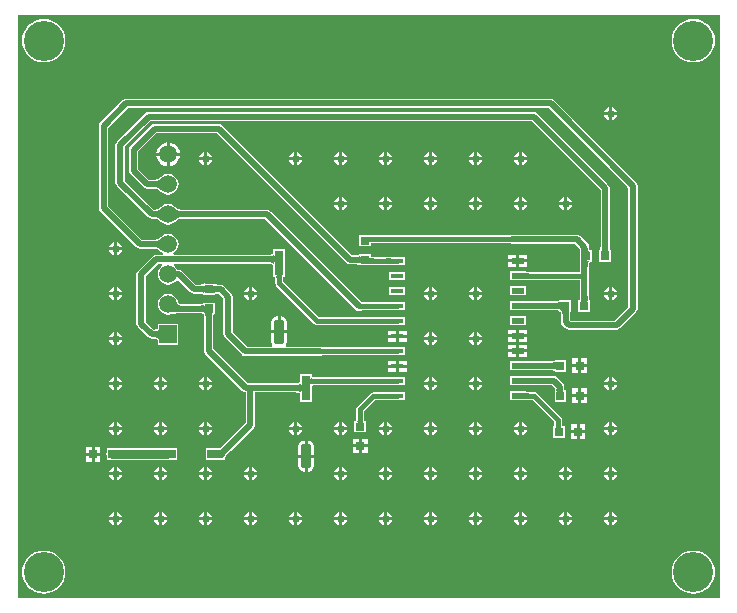
<source format=gtl>
G04*
G04 #@! TF.GenerationSoftware,Altium Limited,Altium Designer,18.1.6 (161)*
G04*
G04 Layer_Physical_Order=1*
G04 Layer_Color=255*
%FSLAX25Y25*%
%MOIN*%
G70*
G01*
G75*
%ADD13C,0.01000*%
%ADD26R,0.05315X0.02953*%
%ADD27R,0.02800X0.03000*%
%ADD28R,0.03150X0.08268*%
G04:AMPARAMS|DCode=29|XSize=82.68mil|YSize=31.5mil|CornerRadius=7.87mil|HoleSize=0mil|Usage=FLASHONLY|Rotation=270.000|XOffset=0mil|YOffset=0mil|HoleType=Round|Shape=RoundedRectangle|*
%AMROUNDEDRECTD29*
21,1,0.08268,0.01575,0,0,270.0*
21,1,0.06693,0.03150,0,0,270.0*
1,1,0.01575,-0.00787,-0.03347*
1,1,0.01575,-0.00787,0.03347*
1,1,0.01575,0.00787,0.03347*
1,1,0.01575,0.00787,-0.03347*
%
%ADD29ROUNDEDRECTD29*%
%ADD30R,0.03000X0.02800*%
%ADD31R,0.04331X0.01575*%
%ADD32R,0.04331X0.01929*%
%ADD33C,0.02000*%
%ADD34C,0.03000*%
%ADD35C,0.01500*%
%ADD36C,0.05906*%
%ADD37R,0.05906X0.05906*%
%ADD38C,0.02500*%
%ADD39C,0.13386*%
G36*
X471329Y168435D02*
X237332D01*
Y363061D01*
X471329D01*
Y168435D01*
D02*
G37*
%LPC*%
G36*
X462598Y361558D02*
X461188Y361420D01*
X459832Y361008D01*
X458583Y360340D01*
X457488Y359441D01*
X456589Y358346D01*
X455921Y357097D01*
X455510Y355741D01*
X455371Y354331D01*
X455510Y352921D01*
X455921Y351565D01*
X456589Y350315D01*
X457488Y349220D01*
X458583Y348321D01*
X459832Y347653D01*
X461188Y347242D01*
X462598Y347103D01*
X464009Y347242D01*
X465364Y347653D01*
X466614Y348321D01*
X467709Y349220D01*
X468608Y350315D01*
X469276Y351565D01*
X469687Y352921D01*
X469826Y354331D01*
X469687Y355741D01*
X469276Y357097D01*
X468608Y358346D01*
X467709Y359441D01*
X466614Y360340D01*
X465364Y361008D01*
X464009Y361420D01*
X462598Y361558D01*
D02*
G37*
G36*
X246063D02*
X244653Y361420D01*
X243297Y361008D01*
X242048Y360340D01*
X240952Y359441D01*
X240053Y358346D01*
X239386Y357097D01*
X238974Y355741D01*
X238835Y354331D01*
X238974Y352921D01*
X239386Y351565D01*
X240053Y350315D01*
X240952Y349220D01*
X242048Y348321D01*
X243297Y347653D01*
X244653Y347242D01*
X246063Y347103D01*
X247473Y347242D01*
X248829Y347653D01*
X250079Y348321D01*
X251174Y349220D01*
X252073Y350315D01*
X252741Y351565D01*
X253152Y352921D01*
X253291Y354331D01*
X253152Y355741D01*
X252741Y357097D01*
X252073Y358346D01*
X251174Y359441D01*
X250079Y360340D01*
X248829Y361008D01*
X247473Y361420D01*
X246063Y361558D01*
D02*
G37*
G36*
X435500Y332195D02*
Y330500D01*
X437195D01*
X437119Y330878D01*
X436622Y331622D01*
X435878Y332119D01*
X435500Y332195D01*
D02*
G37*
G36*
X434500D02*
X434122Y332119D01*
X433378Y331622D01*
X432881Y330878D01*
X432805Y330500D01*
X434500D01*
Y332195D01*
D02*
G37*
G36*
X437195Y329500D02*
X435500D01*
Y327805D01*
X435878Y327881D01*
X436622Y328378D01*
X437119Y329122D01*
X437195Y329500D01*
D02*
G37*
G36*
X434500D02*
X432805D01*
X432881Y329122D01*
X433378Y328378D01*
X434122Y327881D01*
X434500Y327805D01*
Y329500D01*
D02*
G37*
G36*
X288000Y320421D02*
Y317000D01*
X291421D01*
X291351Y317532D01*
X290953Y318493D01*
X290319Y319319D01*
X289493Y319953D01*
X288532Y320351D01*
X288000Y320421D01*
D02*
G37*
G36*
X287000D02*
X286468Y320351D01*
X285507Y319953D01*
X284681Y319319D01*
X284047Y318493D01*
X283649Y317532D01*
X283579Y317000D01*
X287000D01*
Y320421D01*
D02*
G37*
G36*
X405500Y317195D02*
Y315500D01*
X407195D01*
X407120Y315878D01*
X406622Y316622D01*
X405878Y317120D01*
X405500Y317195D01*
D02*
G37*
G36*
X404500D02*
X404122Y317120D01*
X403378Y316622D01*
X402880Y315878D01*
X402805Y315500D01*
X404500D01*
Y317195D01*
D02*
G37*
G36*
X390500D02*
Y315500D01*
X392195D01*
X392120Y315878D01*
X391622Y316622D01*
X390878Y317120D01*
X390500Y317195D01*
D02*
G37*
G36*
X389500D02*
X389122Y317120D01*
X388378Y316622D01*
X387880Y315878D01*
X387805Y315500D01*
X389500D01*
Y317195D01*
D02*
G37*
G36*
X375500D02*
Y315500D01*
X377195D01*
X377119Y315878D01*
X376622Y316622D01*
X375878Y317120D01*
X375500Y317195D01*
D02*
G37*
G36*
X374500D02*
X374122Y317120D01*
X373378Y316622D01*
X372881Y315878D01*
X372805Y315500D01*
X374500D01*
Y317195D01*
D02*
G37*
G36*
X360500D02*
Y315500D01*
X362195D01*
X362120Y315878D01*
X361622Y316622D01*
X360878Y317120D01*
X360500Y317195D01*
D02*
G37*
G36*
X359500D02*
X359122Y317120D01*
X358378Y316622D01*
X357880Y315878D01*
X357805Y315500D01*
X359500D01*
Y317195D01*
D02*
G37*
G36*
X345500D02*
Y315500D01*
X347195D01*
X347119Y315878D01*
X346622Y316622D01*
X345878Y317120D01*
X345500Y317195D01*
D02*
G37*
G36*
X344500D02*
X344122Y317120D01*
X343378Y316622D01*
X342881Y315878D01*
X342805Y315500D01*
X344500D01*
Y317195D01*
D02*
G37*
G36*
X330500D02*
Y315500D01*
X332195D01*
X332119Y315878D01*
X331622Y316622D01*
X330878Y317120D01*
X330500Y317195D01*
D02*
G37*
G36*
X329500D02*
X329122Y317120D01*
X328378Y316622D01*
X327881Y315878D01*
X327805Y315500D01*
X329500D01*
Y317195D01*
D02*
G37*
G36*
X300500D02*
Y315500D01*
X302195D01*
X302119Y315878D01*
X301622Y316622D01*
X300878Y317120D01*
X300500Y317195D01*
D02*
G37*
G36*
X299500D02*
X299122Y317120D01*
X298378Y316622D01*
X297881Y315878D01*
X297805Y315500D01*
X299500D01*
Y317195D01*
D02*
G37*
G36*
X407195Y314500D02*
X405500D01*
Y312805D01*
X405878Y312880D01*
X406622Y313378D01*
X407120Y314122D01*
X407195Y314500D01*
D02*
G37*
G36*
X404500D02*
X402805D01*
X402880Y314122D01*
X403378Y313378D01*
X404122Y312880D01*
X404500Y312805D01*
Y314500D01*
D02*
G37*
G36*
X392195D02*
X390500D01*
Y312805D01*
X390878Y312880D01*
X391622Y313378D01*
X392120Y314122D01*
X392195Y314500D01*
D02*
G37*
G36*
X389500D02*
X387805D01*
X387880Y314122D01*
X388378Y313378D01*
X389122Y312880D01*
X389500Y312805D01*
Y314500D01*
D02*
G37*
G36*
X377195D02*
X375500D01*
Y312805D01*
X375878Y312880D01*
X376622Y313378D01*
X377119Y314122D01*
X377195Y314500D01*
D02*
G37*
G36*
X374500D02*
X372805D01*
X372881Y314122D01*
X373378Y313378D01*
X374122Y312880D01*
X374500Y312805D01*
Y314500D01*
D02*
G37*
G36*
X362195D02*
X360500D01*
Y312805D01*
X360878Y312880D01*
X361622Y313378D01*
X362120Y314122D01*
X362195Y314500D01*
D02*
G37*
G36*
X359500D02*
X357805D01*
X357880Y314122D01*
X358378Y313378D01*
X359122Y312880D01*
X359500Y312805D01*
Y314500D01*
D02*
G37*
G36*
X347195D02*
X345500D01*
Y312805D01*
X345878Y312880D01*
X346622Y313378D01*
X347119Y314122D01*
X347195Y314500D01*
D02*
G37*
G36*
X344500D02*
X342805D01*
X342881Y314122D01*
X343378Y313378D01*
X344122Y312880D01*
X344500Y312805D01*
Y314500D01*
D02*
G37*
G36*
X332195D02*
X330500D01*
Y312805D01*
X330878Y312880D01*
X331622Y313378D01*
X332119Y314122D01*
X332195Y314500D01*
D02*
G37*
G36*
X329500D02*
X327805D01*
X327881Y314122D01*
X328378Y313378D01*
X329122Y312880D01*
X329500Y312805D01*
Y314500D01*
D02*
G37*
G36*
X302195D02*
X300500D01*
Y312805D01*
X300878Y312880D01*
X301622Y313378D01*
X302119Y314122D01*
X302195Y314500D01*
D02*
G37*
G36*
X299500D02*
X297805D01*
X297881Y314122D01*
X298378Y313378D01*
X299122Y312880D01*
X299500Y312805D01*
Y314500D01*
D02*
G37*
G36*
X291421Y316000D02*
X288000D01*
Y312579D01*
X288532Y312649D01*
X289493Y313047D01*
X290319Y313681D01*
X290953Y314507D01*
X291351Y315468D01*
X291421Y316000D01*
D02*
G37*
G36*
X287000D02*
X283579D01*
X283649Y315468D01*
X284047Y314507D01*
X284681Y313681D01*
X285507Y313047D01*
X286468Y312649D01*
X287000Y312579D01*
Y316000D01*
D02*
G37*
G36*
X420500Y302195D02*
Y300500D01*
X422195D01*
X422119Y300878D01*
X421622Y301622D01*
X420878Y302119D01*
X420500Y302195D01*
D02*
G37*
G36*
X419500D02*
X419122Y302119D01*
X418378Y301622D01*
X417881Y300878D01*
X417805Y300500D01*
X419500D01*
Y302195D01*
D02*
G37*
G36*
X405500D02*
Y300500D01*
X407195D01*
X407120Y300878D01*
X406622Y301622D01*
X405878Y302119D01*
X405500Y302195D01*
D02*
G37*
G36*
X404500D02*
X404122Y302119D01*
X403378Y301622D01*
X402880Y300878D01*
X402805Y300500D01*
X404500D01*
Y302195D01*
D02*
G37*
G36*
X390500D02*
Y300500D01*
X392195D01*
X392120Y300878D01*
X391622Y301622D01*
X390878Y302119D01*
X390500Y302195D01*
D02*
G37*
G36*
X389500D02*
X389122Y302119D01*
X388378Y301622D01*
X387880Y300878D01*
X387805Y300500D01*
X389500D01*
Y302195D01*
D02*
G37*
G36*
X375500D02*
Y300500D01*
X377195D01*
X377119Y300878D01*
X376622Y301622D01*
X375878Y302119D01*
X375500Y302195D01*
D02*
G37*
G36*
X374500D02*
X374122Y302119D01*
X373378Y301622D01*
X372881Y300878D01*
X372805Y300500D01*
X374500D01*
Y302195D01*
D02*
G37*
G36*
X360500D02*
Y300500D01*
X362195D01*
X362120Y300878D01*
X361622Y301622D01*
X360878Y302119D01*
X360500Y302195D01*
D02*
G37*
G36*
X359500D02*
X359122Y302119D01*
X358378Y301622D01*
X357880Y300878D01*
X357805Y300500D01*
X359500D01*
Y302195D01*
D02*
G37*
G36*
X345500D02*
Y300500D01*
X347195D01*
X347119Y300878D01*
X346622Y301622D01*
X345878Y302119D01*
X345500Y302195D01*
D02*
G37*
G36*
X344500D02*
X344122Y302119D01*
X343378Y301622D01*
X342881Y300878D01*
X342805Y300500D01*
X344500D01*
Y302195D01*
D02*
G37*
G36*
X422195Y299500D02*
X420500D01*
Y297805D01*
X420878Y297881D01*
X421622Y298378D01*
X422119Y299122D01*
X422195Y299500D01*
D02*
G37*
G36*
X419500D02*
X417805D01*
X417881Y299122D01*
X418378Y298378D01*
X419122Y297881D01*
X419500Y297805D01*
Y299500D01*
D02*
G37*
G36*
X407195D02*
X405500D01*
Y297805D01*
X405878Y297881D01*
X406622Y298378D01*
X407120Y299122D01*
X407195Y299500D01*
D02*
G37*
G36*
X404500D02*
X402805D01*
X402880Y299122D01*
X403378Y298378D01*
X404122Y297881D01*
X404500Y297805D01*
Y299500D01*
D02*
G37*
G36*
X392195D02*
X390500D01*
Y297805D01*
X390878Y297881D01*
X391622Y298378D01*
X392120Y299122D01*
X392195Y299500D01*
D02*
G37*
G36*
X389500D02*
X387805D01*
X387880Y299122D01*
X388378Y298378D01*
X389122Y297881D01*
X389500Y297805D01*
Y299500D01*
D02*
G37*
G36*
X377195D02*
X375500D01*
Y297805D01*
X375878Y297881D01*
X376622Y298378D01*
X377119Y299122D01*
X377195Y299500D01*
D02*
G37*
G36*
X374500D02*
X372805D01*
X372881Y299122D01*
X373378Y298378D01*
X374122Y297881D01*
X374500Y297805D01*
Y299500D01*
D02*
G37*
G36*
X362195D02*
X360500D01*
Y297805D01*
X360878Y297881D01*
X361622Y298378D01*
X362120Y299122D01*
X362195Y299500D01*
D02*
G37*
G36*
X359500D02*
X357805D01*
X357880Y299122D01*
X358378Y298378D01*
X359122Y297881D01*
X359500Y297805D01*
Y299500D01*
D02*
G37*
G36*
X347195D02*
X345500D01*
Y297805D01*
X345878Y297881D01*
X346622Y298378D01*
X347119Y299122D01*
X347195Y299500D01*
D02*
G37*
G36*
X344500D02*
X342805D01*
X342881Y299122D01*
X343378Y298378D01*
X344122Y297881D01*
X344500Y297805D01*
Y299500D01*
D02*
G37*
G36*
X423811Y289718D02*
X402000D01*
X401415Y289602D01*
X401207Y289463D01*
X356033D01*
X355994Y289480D01*
X355464Y289486D01*
X355000Y289509D01*
Y289589D01*
X354630Y289599D01*
X354558Y289590D01*
X354491Y289618D01*
X354419Y289589D01*
X351000D01*
Y285789D01*
X355000D01*
Y286604D01*
X355014Y286629D01*
X355023Y286708D01*
X355024Y286712D01*
X355027Y286716D01*
X355046Y286734D01*
X355100Y286766D01*
X355194Y286805D01*
X355333Y286842D01*
X355513Y286872D01*
X355732Y286891D01*
X356002Y286898D01*
X356039Y286914D01*
X401207D01*
X401415Y286776D01*
X402000Y286660D01*
X423177D01*
X424780Y285057D01*
X424782Y284967D01*
Y282320D01*
X424747Y282268D01*
X424669Y281878D01*
X424747Y281488D01*
X424782Y281436D01*
Y279598D01*
X424772Y279422D01*
X424777Y279408D01*
X424771Y279394D01*
X424770Y279014D01*
X424770Y279013D01*
X424770Y279012D01*
X424782Y278983D01*
Y277274D01*
X407697D01*
X407657Y277291D01*
X407382Y277293D01*
X406735Y277322D01*
X406665Y277330D01*
Y277465D01*
X406224D01*
X406153Y277494D01*
X406083Y277465D01*
X401335D01*
Y274535D01*
X406083D01*
X406153Y274506D01*
X406224Y274535D01*
X406665D01*
Y274654D01*
X407390Y274707D01*
X407657Y274709D01*
X407697Y274726D01*
X424782D01*
Y269523D01*
X424770Y269495D01*
X424765Y269129D01*
X424726Y268522D01*
X424696Y268300D01*
X424659Y268124D01*
X424622Y268005D01*
X424619Y268000D01*
X424289D01*
Y267559D01*
X424260Y267488D01*
X424282Y267435D01*
X424271Y267379D01*
X424289Y267352D01*
Y264000D01*
X428089D01*
Y267418D01*
X428118Y267488D01*
X428089Y267559D01*
Y268000D01*
X427936D01*
X427855Y269129D01*
X427852Y269492D01*
X427840Y269520D01*
Y276000D01*
Y278973D01*
X427852Y278999D01*
X427861Y279364D01*
X427885Y279671D01*
X427923Y279929D01*
X427972Y280136D01*
X428028Y280289D01*
X428082Y280388D01*
X428123Y280438D01*
X428146Y280456D01*
X428164Y280463D01*
X428263Y280475D01*
X428308Y280500D01*
X428711D01*
Y280942D01*
X428740Y281012D01*
X428727Y281043D01*
X428736Y281076D01*
X428711Y281121D01*
Y284500D01*
X428105D01*
X428083Y284512D01*
X428041Y284518D01*
X428025Y284539D01*
X427987Y284614D01*
X427946Y284739D01*
X427909Y284903D01*
X427859Y285398D01*
X427852Y285701D01*
X427826Y285759D01*
X427724Y286274D01*
X427392Y286770D01*
X424893Y289270D01*
X424396Y289602D01*
X423811Y289718D01*
D02*
G37*
G36*
X270500Y287195D02*
Y285500D01*
X272195D01*
X272119Y285878D01*
X271622Y286622D01*
X270878Y287120D01*
X270500Y287195D01*
D02*
G37*
G36*
X269500D02*
X269122Y287120D01*
X268378Y286622D01*
X267881Y285878D01*
X267805Y285500D01*
X269500D01*
Y287195D01*
D02*
G37*
G36*
X272195Y284500D02*
X270500D01*
Y282805D01*
X270878Y282880D01*
X271622Y283378D01*
X272119Y284122D01*
X272195Y284500D01*
D02*
G37*
G36*
X269500D02*
X267805D01*
X267881Y284122D01*
X268378Y283378D01*
X269122Y282880D01*
X269500Y282805D01*
Y284500D01*
D02*
G37*
G36*
X407165Y282965D02*
X404500D01*
Y281500D01*
X407165D01*
Y282965D01*
D02*
G37*
G36*
X403500D02*
X400835D01*
Y281500D01*
X403500D01*
Y282965D01*
D02*
G37*
G36*
X409500Y330529D02*
X281000D01*
X280415Y330413D01*
X279919Y330081D01*
X270419Y320581D01*
X270087Y320085D01*
X269971Y319500D01*
Y307000D01*
X270087Y306415D01*
X270419Y305919D01*
X280919Y295419D01*
X281415Y295087D01*
X282000Y294971D01*
X282904D01*
X282929Y294959D01*
X283183Y294949D01*
X283408Y294923D01*
X283625Y294878D01*
X283836Y294816D01*
X284041Y294737D01*
X284242Y294639D01*
X284438Y294523D01*
X284630Y294387D01*
X284819Y294231D01*
X285018Y294041D01*
X285047Y294030D01*
X285759Y293484D01*
X286599Y293136D01*
X287500Y293018D01*
X288401Y293136D01*
X289241Y293484D01*
X289953Y294030D01*
X289982Y294041D01*
X290181Y294231D01*
X290370Y294387D01*
X290562Y294523D01*
X290758Y294639D01*
X290959Y294737D01*
X291164Y294816D01*
X291375Y294878D01*
X291592Y294923D01*
X291817Y294949D01*
X292071Y294959D01*
X292096Y294971D01*
X319866D01*
X350115Y264722D01*
X350612Y264390D01*
X351197Y264274D01*
X351782Y264390D01*
X351989Y264529D01*
X360146D01*
X360185Y264512D01*
X361437Y264503D01*
X361593Y264497D01*
X361623Y264494D01*
X361651Y264503D01*
X361689Y264487D01*
X361760Y264516D01*
X366508D01*
Y267091D01*
X361760D01*
X361689Y267120D01*
X361685Y267118D01*
X361680Y267120D01*
X360180Y267094D01*
X360142Y267078D01*
X352085D01*
X321581Y297581D01*
X321085Y297913D01*
X320500Y298029D01*
X292096D01*
X292071Y298041D01*
X291817Y298051D01*
X291592Y298077D01*
X291375Y298122D01*
X291164Y298184D01*
X290959Y298263D01*
X290758Y298361D01*
X290562Y298477D01*
X290370Y298613D01*
X290181Y298769D01*
X289982Y298959D01*
X289953Y298970D01*
X289241Y299516D01*
X288401Y299864D01*
X287500Y299983D01*
X286599Y299864D01*
X285759Y299516D01*
X285047Y298970D01*
X285018Y298959D01*
X284819Y298769D01*
X284630Y298613D01*
X284438Y298477D01*
X284242Y298361D01*
X284041Y298263D01*
X283836Y298184D01*
X283625Y298122D01*
X283408Y298077D01*
X283183Y298051D01*
X282929Y298041D01*
X282904Y298029D01*
X282633D01*
X273029Y307633D01*
Y318866D01*
X281633Y327471D01*
X408867D01*
X431660Y304678D01*
Y286021D01*
X431648Y285994D01*
X431644Y285624D01*
X431614Y285009D01*
X431590Y284779D01*
X431561Y284593D01*
X431539Y284500D01*
X431289D01*
Y284058D01*
X431260Y283988D01*
X431288Y283920D01*
X431279Y283846D01*
X431289Y283833D01*
Y280500D01*
X435089D01*
Y283833D01*
X435099Y283846D01*
X435090Y283920D01*
X435118Y283988D01*
X435089Y284058D01*
Y284500D01*
X434839D01*
X434817Y284593D01*
X434790Y284768D01*
X434734Y285628D01*
X434730Y285994D01*
X434718Y286021D01*
Y305311D01*
X434602Y305896D01*
X434270Y306393D01*
X410581Y330081D01*
X410085Y330413D01*
X409500Y330529D01*
D02*
G37*
G36*
X304500Y326529D02*
X283000D01*
X282415Y326413D01*
X281919Y326081D01*
X274919Y319081D01*
X274587Y318585D01*
X274471Y318000D01*
Y311000D01*
X274587Y310415D01*
X274919Y309919D01*
X279419Y305419D01*
X279915Y305087D01*
X280500Y304971D01*
X282904D01*
X282929Y304959D01*
X283183Y304949D01*
X283408Y304923D01*
X283625Y304878D01*
X283836Y304816D01*
X284041Y304737D01*
X284242Y304639D01*
X284438Y304523D01*
X284630Y304387D01*
X284819Y304231D01*
X285018Y304041D01*
X285047Y304030D01*
X285759Y303484D01*
X286599Y303136D01*
X287500Y303017D01*
X288401Y303136D01*
X289241Y303484D01*
X289963Y304037D01*
X290516Y304759D01*
X290864Y305599D01*
X290983Y306500D01*
X290864Y307401D01*
X290516Y308241D01*
X289963Y308962D01*
X289241Y309516D01*
X288401Y309864D01*
X287500Y309982D01*
X286599Y309864D01*
X285759Y309516D01*
X285047Y308970D01*
X285018Y308959D01*
X284819Y308769D01*
X284630Y308613D01*
X284438Y308477D01*
X284242Y308361D01*
X284041Y308263D01*
X283836Y308184D01*
X283625Y308122D01*
X283408Y308077D01*
X283183Y308051D01*
X282929Y308041D01*
X282904Y308029D01*
X281134D01*
X277529Y311633D01*
Y317367D01*
X283633Y323471D01*
X303867D01*
X347108Y280230D01*
X347604Y279898D01*
X348189Y279782D01*
X349479D01*
X349506Y279770D01*
X349876Y279766D01*
X350491Y279736D01*
X350721Y279712D01*
X350907Y279683D01*
X351000Y279661D01*
Y279411D01*
X351442D01*
X351512Y279382D01*
X351580Y279410D01*
X351654Y279401D01*
X351667Y279411D01*
X354342D01*
X354361Y279397D01*
X354428Y279408D01*
X354490Y279382D01*
X354560Y279411D01*
X355000D01*
Y279643D01*
X355095Y279660D01*
X355726Y279706D01*
X355994Y279709D01*
X356033Y279726D01*
X360146D01*
X360185Y279709D01*
X361437Y279700D01*
X361593Y279694D01*
X361623Y279691D01*
X361651Y279699D01*
X361689Y279683D01*
X361760Y279713D01*
X366508D01*
Y282287D01*
X361760D01*
X361689Y282317D01*
X361685Y282315D01*
X361680Y282316D01*
X360180Y282291D01*
X360142Y282275D01*
X356039D01*
X356002Y282291D01*
X355732Y282298D01*
X355513Y282317D01*
X355333Y282347D01*
X355194Y282384D01*
X355099Y282423D01*
X355046Y282455D01*
X355027Y282473D01*
X355024Y282477D01*
X355023Y282481D01*
X355014Y282559D01*
X355000Y282585D01*
Y283211D01*
X351667D01*
X351654Y283221D01*
X351580Y283212D01*
X351512Y283240D01*
X351442Y283211D01*
X351000D01*
Y282961D01*
X350907Y282939D01*
X350732Y282911D01*
X349872Y282856D01*
X349506Y282852D01*
X349479Y282840D01*
X348822D01*
X305581Y326081D01*
X305085Y326413D01*
X304500Y326529D01*
D02*
G37*
G36*
X407165Y280500D02*
X404500D01*
Y279035D01*
X407165D01*
Y280500D01*
D02*
G37*
G36*
X403500D02*
X400835D01*
Y279035D01*
X403500D01*
Y280500D01*
D02*
G37*
G36*
X366508Y277091D02*
X361177D01*
Y274516D01*
X366508D01*
Y277091D01*
D02*
G37*
G36*
X435500Y272195D02*
Y270500D01*
X437195D01*
X437119Y270878D01*
X436622Y271622D01*
X435878Y272119D01*
X435500Y272195D01*
D02*
G37*
G36*
X434500D02*
X434122Y272119D01*
X433378Y271622D01*
X432881Y270878D01*
X432805Y270500D01*
X434500D01*
Y272195D01*
D02*
G37*
G36*
X390500D02*
Y270500D01*
X392195D01*
X392120Y270878D01*
X391622Y271622D01*
X390878Y272119D01*
X390500Y272195D01*
D02*
G37*
G36*
X389500D02*
X389122Y272119D01*
X388378Y271622D01*
X387880Y270878D01*
X387805Y270500D01*
X389500D01*
Y272195D01*
D02*
G37*
G36*
X375500D02*
Y270500D01*
X377195D01*
X377119Y270878D01*
X376622Y271622D01*
X375878Y272119D01*
X375500Y272195D01*
D02*
G37*
G36*
X374500D02*
X374122Y272119D01*
X373378Y271622D01*
X372881Y270878D01*
X372805Y270500D01*
X374500D01*
Y272195D01*
D02*
G37*
G36*
X315500D02*
Y270500D01*
X317195D01*
X317120Y270878D01*
X316622Y271622D01*
X315878Y272119D01*
X315500Y272195D01*
D02*
G37*
G36*
X314500D02*
X314122Y272119D01*
X313378Y271622D01*
X312880Y270878D01*
X312805Y270500D01*
X314500D01*
Y272195D01*
D02*
G37*
G36*
X270500D02*
Y270500D01*
X272195D01*
X272119Y270878D01*
X271622Y271622D01*
X270878Y272119D01*
X270500Y272195D01*
D02*
G37*
G36*
X269500D02*
X269122Y272119D01*
X268378Y271622D01*
X267881Y270878D01*
X267805Y270500D01*
X269500D01*
Y272195D01*
D02*
G37*
G36*
X406665Y272465D02*
X401335D01*
Y269535D01*
X406665D01*
Y272465D01*
D02*
G37*
G36*
X366508Y272091D02*
X361177D01*
Y269516D01*
X366508D01*
Y272091D01*
D02*
G37*
G36*
X437195Y269500D02*
X435500D01*
Y267805D01*
X435878Y267881D01*
X436622Y268378D01*
X437119Y269122D01*
X437195Y269500D01*
D02*
G37*
G36*
X434500D02*
X432805D01*
X432881Y269122D01*
X433378Y268378D01*
X434122Y267881D01*
X434500Y267805D01*
Y269500D01*
D02*
G37*
G36*
X392195D02*
X390500D01*
Y267805D01*
X390878Y267881D01*
X391622Y268378D01*
X392120Y269122D01*
X392195Y269500D01*
D02*
G37*
G36*
X389500D02*
X387805D01*
X387880Y269122D01*
X388378Y268378D01*
X389122Y267881D01*
X389500Y267805D01*
Y269500D01*
D02*
G37*
G36*
X377195D02*
X375500D01*
Y267805D01*
X375878Y267881D01*
X376622Y268378D01*
X377119Y269122D01*
X377195Y269500D01*
D02*
G37*
G36*
X374500D02*
X372805D01*
X372881Y269122D01*
X373378Y268378D01*
X374122Y267881D01*
X374500Y267805D01*
Y269500D01*
D02*
G37*
G36*
X317195D02*
X315500D01*
Y267805D01*
X315878Y267881D01*
X316622Y268378D01*
X317120Y269122D01*
X317195Y269500D01*
D02*
G37*
G36*
X314500D02*
X312805D01*
X312880Y269122D01*
X313378Y268378D01*
X314122Y267881D01*
X314500Y267805D01*
Y269500D01*
D02*
G37*
G36*
X272195D02*
X270500D01*
Y267805D01*
X270878Y267881D01*
X271622Y268378D01*
X272119Y269122D01*
X272195Y269500D01*
D02*
G37*
G36*
X269500D02*
X267805D01*
X267881Y269122D01*
X268378Y268378D01*
X269122Y267881D01*
X269500Y267805D01*
Y269500D01*
D02*
G37*
G36*
X415000Y335029D02*
X273500D01*
X272915Y334913D01*
X272419Y334581D01*
X264919Y327081D01*
X264587Y326585D01*
X264471Y326000D01*
Y298500D01*
X264587Y297915D01*
X264919Y297419D01*
X276919Y285419D01*
X277415Y285087D01*
X278000Y284971D01*
X282904D01*
X282929Y284959D01*
X283183Y284949D01*
X283408Y284923D01*
X283625Y284878D01*
X283836Y284816D01*
X284041Y284737D01*
X284242Y284639D01*
X284438Y284523D01*
X284630Y284387D01*
X284819Y284231D01*
X285018Y284041D01*
X285047Y284030D01*
X285759Y283484D01*
X285763Y283482D01*
X285664Y282982D01*
X283453D01*
X282868Y282866D01*
X282371Y282534D01*
X277419Y277581D01*
X277087Y277085D01*
X276971Y276500D01*
Y260000D01*
X277087Y259415D01*
X277419Y258919D01*
X280919Y255419D01*
X281415Y255087D01*
X282000Y254971D01*
X282519D01*
X282545Y254959D01*
X282911Y254949D01*
X283216Y254923D01*
X283471Y254880D01*
X283674Y254826D01*
X283824Y254765D01*
X283922Y254706D01*
X283976Y254656D01*
X284003Y254615D01*
X284020Y254569D01*
X284033Y254443D01*
X284047Y254417D01*
Y253047D01*
X290953D01*
Y259953D01*
X284047D01*
Y258583D01*
X284033Y258557D01*
X284020Y258431D01*
X284003Y258385D01*
X283976Y258344D01*
X283922Y258294D01*
X283824Y258235D01*
X283674Y258174D01*
X283471Y258120D01*
X283216Y258077D01*
X282911Y258051D01*
X282620Y258043D01*
X280029Y260633D01*
Y275867D01*
X284086Y279923D01*
X285494D01*
X285638Y279423D01*
X285037Y278962D01*
X284484Y278241D01*
X284136Y277401D01*
X284017Y276500D01*
X284136Y275599D01*
X284484Y274759D01*
X285037Y274038D01*
X285759Y273484D01*
X286599Y273136D01*
X287500Y273018D01*
X288401Y273136D01*
X289241Y273484D01*
X289963Y274038D01*
X290236Y274394D01*
X290900Y274437D01*
X294919Y270419D01*
X295415Y270087D01*
X296000Y269971D01*
X297479D01*
X297506Y269959D01*
X297876Y269955D01*
X298491Y269925D01*
X298721Y269901D01*
X298907Y269872D01*
X299000Y269850D01*
Y269600D01*
X299442D01*
X299512Y269571D01*
X299580Y269599D01*
X299654Y269590D01*
X299667Y269600D01*
X302333D01*
X302346Y269590D01*
X302420Y269599D01*
X302488Y269571D01*
X302558Y269600D01*
X303000D01*
Y269850D01*
X303093Y269872D01*
X303268Y269900D01*
X304128Y269955D01*
X304379Y269958D01*
X305971Y268367D01*
Y256500D01*
X306087Y255915D01*
X306419Y255419D01*
X312115Y249722D01*
X312612Y249390D01*
X313197Y249274D01*
X337992D01*
X338577Y249390D01*
X338785Y249529D01*
X360146D01*
X360185Y249512D01*
X361437Y249503D01*
X361593Y249497D01*
X361623Y249494D01*
X361651Y249502D01*
X361689Y249486D01*
X361760Y249516D01*
X366508D01*
Y252091D01*
X361760D01*
X361689Y252120D01*
X361685Y252118D01*
X361680Y252120D01*
X360180Y252094D01*
X360142Y252078D01*
X338785D01*
X338577Y252216D01*
X337992Y252332D01*
X326917D01*
X326691Y252833D01*
X326971Y253251D01*
X327110Y253949D01*
Y256795D01*
X324500D01*
X321890D01*
Y253949D01*
X322029Y253251D01*
X322309Y252833D01*
X322083Y252332D01*
X313830D01*
X309029Y257134D01*
Y269000D01*
X308913Y269585D01*
X308581Y270081D01*
X306081Y272581D01*
X305585Y272913D01*
X305000Y273029D01*
X304521D01*
X304493Y273041D01*
X304124Y273045D01*
X303509Y273075D01*
X303279Y273099D01*
X303093Y273128D01*
X303000Y273150D01*
Y273400D01*
X302558D01*
X302488Y273429D01*
X302420Y273401D01*
X302346Y273410D01*
X302333Y273400D01*
X299667D01*
X299654Y273410D01*
X299580Y273401D01*
X299512Y273429D01*
X299442Y273400D01*
X299000D01*
Y273150D01*
X298907Y273128D01*
X298732Y273100D01*
X297872Y273045D01*
X297506Y273041D01*
X297479Y273029D01*
X296634D01*
X292081Y277581D01*
X291585Y277913D01*
X291000Y278029D01*
X290604D01*
X290516Y278241D01*
X289963Y278962D01*
X289362Y279423D01*
X289506Y279923D01*
X320897D01*
X320923Y279912D01*
X321286Y279902D01*
X321589Y279875D01*
X321842Y279833D01*
X322044Y279779D01*
X322192Y279718D01*
X322289Y279659D01*
X322342Y279609D01*
X322369Y279569D01*
X322386Y279523D01*
X322399Y279396D01*
X322425Y279348D01*
Y275496D01*
X322917D01*
X322943Y275482D01*
X323022Y275473D01*
X323025Y275472D01*
X323028Y275470D01*
X323045Y275451D01*
X323077Y275398D01*
X323116Y275304D01*
X323153Y275165D01*
X323183Y274985D01*
X323202Y274765D01*
X323209Y274494D01*
X323225Y274457D01*
Y273500D01*
X323323Y273012D01*
X323599Y272599D01*
X336296Y259902D01*
X336709Y259626D01*
X337197Y259529D01*
X360146D01*
X360185Y259512D01*
X361437Y259503D01*
X361593Y259497D01*
X361623Y259494D01*
X361651Y259503D01*
X361689Y259487D01*
X361760Y259516D01*
X366508D01*
Y262090D01*
X361760D01*
X361689Y262120D01*
X361685Y262118D01*
X361680Y262120D01*
X360180Y262094D01*
X360142Y262078D01*
X337725D01*
X325775Y274028D01*
Y274457D01*
X325791Y274494D01*
X325798Y274765D01*
X325817Y274985D01*
X325847Y275165D01*
X325884Y275304D01*
X325923Y275398D01*
X325955Y275451D01*
X325972Y275470D01*
X325975Y275472D01*
X325978Y275473D01*
X326057Y275482D01*
X326083Y275496D01*
X326575D01*
Y284764D01*
X322425D01*
Y283558D01*
X322399Y283509D01*
X322386Y283383D01*
X322369Y283337D01*
X322342Y283296D01*
X322289Y283246D01*
X322192Y283187D01*
X322044Y283126D01*
X321842Y283072D01*
X321589Y283030D01*
X321286Y283003D01*
X320923Y282994D01*
X320897Y282982D01*
X289336D01*
X289237Y283482D01*
X289241Y283484D01*
X289963Y284037D01*
X290516Y284759D01*
X290864Y285599D01*
X290983Y286500D01*
X290864Y287401D01*
X290516Y288241D01*
X289963Y288963D01*
X289241Y289516D01*
X288401Y289864D01*
X287500Y289983D01*
X286599Y289864D01*
X285759Y289516D01*
X285047Y288970D01*
X285018Y288959D01*
X284819Y288769D01*
X284630Y288613D01*
X284438Y288477D01*
X284242Y288361D01*
X284041Y288263D01*
X283836Y288184D01*
X283625Y288122D01*
X283408Y288077D01*
X283183Y288051D01*
X282929Y288041D01*
X282904Y288029D01*
X278633D01*
X267529Y299133D01*
Y325366D01*
X274133Y331971D01*
X414366D01*
X440971Y305366D01*
Y265634D01*
X436367Y261029D01*
X421633D01*
X421529Y261134D01*
Y262475D01*
X421541Y262503D01*
X421559Y263509D01*
X421589Y263961D01*
X421594Y264000D01*
X421711Y264000D01*
X421716Y264353D01*
X421711Y264408D01*
X421711Y264441D01*
X421740Y264512D01*
X421711Y264582D01*
Y268000D01*
X418562D01*
X418537Y268017D01*
X418478Y268006D01*
X418423Y268029D01*
X418353Y268000D01*
X417911D01*
Y267683D01*
X417792Y267648D01*
X417628Y267615D01*
X416778Y267546D01*
X416416Y267541D01*
X416389Y267529D01*
X404000D01*
X403674Y267465D01*
X401335D01*
Y264535D01*
X403674D01*
X404000Y264471D01*
X416389D01*
X416416Y264459D01*
X416783Y264454D01*
X417391Y264417D01*
X417615Y264388D01*
X417793Y264352D01*
X417911Y264317D01*
Y264000D01*
X418281D01*
X418296Y263973D01*
X418336Y263859D01*
X418376Y263688D01*
X418410Y263471D01*
X418453Y262868D01*
X418459Y262504D01*
X418471Y262477D01*
Y260500D01*
X418587Y259915D01*
X418919Y259419D01*
X419919Y258419D01*
X420415Y258087D01*
X421000Y257971D01*
X437000D01*
X437585Y258087D01*
X438081Y258419D01*
X443581Y263919D01*
X443913Y264415D01*
X444029Y265000D01*
Y306000D01*
X443913Y306585D01*
X443581Y307081D01*
X416081Y334581D01*
X415585Y334913D01*
X415000Y335029D01*
D02*
G37*
G36*
X406665Y262465D02*
X401335D01*
Y259535D01*
X406665D01*
Y262465D01*
D02*
G37*
G36*
X325287Y262464D02*
X325000D01*
Y257795D01*
X327110D01*
Y260642D01*
X326971Y261339D01*
X326576Y261930D01*
X325985Y262325D01*
X325287Y262464D01*
D02*
G37*
G36*
X324000D02*
X323713D01*
X323015Y262325D01*
X322424Y261930D01*
X322029Y261339D01*
X321890Y260642D01*
Y257795D01*
X324000D01*
Y262464D01*
D02*
G37*
G36*
X407165Y257965D02*
X404500D01*
Y256500D01*
X407165D01*
Y257965D01*
D02*
G37*
G36*
X403500D02*
X400835D01*
Y256500D01*
X403500D01*
Y257965D01*
D02*
G37*
G36*
X367008Y257591D02*
X364342D01*
Y256303D01*
X367008D01*
Y257591D01*
D02*
G37*
G36*
X363342D02*
X360677D01*
Y256303D01*
X363342D01*
Y257591D01*
D02*
G37*
G36*
X390500Y257195D02*
Y255500D01*
X392195D01*
X392120Y255878D01*
X391622Y256622D01*
X390878Y257119D01*
X390500Y257195D01*
D02*
G37*
G36*
X389500D02*
X389122Y257119D01*
X388378Y256622D01*
X387880Y255878D01*
X387805Y255500D01*
X389500D01*
Y257195D01*
D02*
G37*
G36*
X375500D02*
Y255500D01*
X377195D01*
X377119Y255878D01*
X376622Y256622D01*
X375878Y257119D01*
X375500Y257195D01*
D02*
G37*
G36*
X374500D02*
X374122Y257119D01*
X373378Y256622D01*
X372881Y255878D01*
X372805Y255500D01*
X374500D01*
Y257195D01*
D02*
G37*
G36*
X270500D02*
Y255500D01*
X272195D01*
X272119Y255878D01*
X271622Y256622D01*
X270878Y257119D01*
X270500Y257195D01*
D02*
G37*
G36*
X269500D02*
X269122Y257119D01*
X268378Y256622D01*
X267881Y255878D01*
X267805Y255500D01*
X269500D01*
Y257195D01*
D02*
G37*
G36*
X407165Y255500D02*
X404500D01*
Y254035D01*
X407165D01*
Y255500D01*
D02*
G37*
G36*
X403500D02*
X400835D01*
Y254035D01*
X403500D01*
Y255500D01*
D02*
G37*
G36*
X367008Y255303D02*
X364342D01*
Y254016D01*
X367008D01*
Y255303D01*
D02*
G37*
G36*
X363342D02*
X360677D01*
Y254016D01*
X363342D01*
Y255303D01*
D02*
G37*
G36*
X272195Y254500D02*
X270500D01*
Y252805D01*
X270878Y252881D01*
X271622Y253378D01*
X272119Y254122D01*
X272195Y254500D01*
D02*
G37*
G36*
X269500D02*
X267805D01*
X267881Y254122D01*
X268378Y253378D01*
X269122Y252881D01*
X269500Y252805D01*
Y254500D01*
D02*
G37*
G36*
X392195D02*
X390500D01*
Y252805D01*
X390878Y252881D01*
X391622Y253378D01*
X392120Y254122D01*
X392195Y254500D01*
D02*
G37*
G36*
X389500D02*
X387805D01*
X387880Y254122D01*
X388378Y253378D01*
X389122Y252881D01*
X389500Y252805D01*
Y254500D01*
D02*
G37*
G36*
X377195D02*
X375500D01*
Y252805D01*
X375878Y252881D01*
X376622Y253378D01*
X377119Y254122D01*
X377195Y254500D01*
D02*
G37*
G36*
X374500D02*
X372805D01*
X372881Y254122D01*
X373378Y253378D01*
X374122Y252881D01*
X374500Y252805D01*
Y254500D01*
D02*
G37*
G36*
X407165Y252965D02*
X404500D01*
Y251500D01*
X407165D01*
Y252965D01*
D02*
G37*
G36*
X403500D02*
X400835D01*
Y251500D01*
X403500D01*
Y252965D01*
D02*
G37*
G36*
X407165Y250500D02*
X404500D01*
Y249035D01*
X407165D01*
Y250500D01*
D02*
G37*
G36*
X403500D02*
X400835D01*
Y249035D01*
X403500D01*
Y250500D01*
D02*
G37*
G36*
X418000Y248020D02*
X417830Y247986D01*
X417064D01*
X417040Y248002D01*
X416980Y247991D01*
X416923Y248015D01*
X416853Y247986D01*
X416411D01*
Y247678D01*
X416296Y247645D01*
X416130Y247613D01*
X415278Y247546D01*
X414916Y247541D01*
X414889Y247529D01*
X404000D01*
X403674Y247465D01*
X401335D01*
Y244535D01*
X403674D01*
X404000Y244471D01*
X414888D01*
X414916Y244459D01*
X415282Y244454D01*
X415890Y244416D01*
X416112Y244386D01*
X416289Y244350D01*
X416408Y244313D01*
X416411Y244312D01*
Y243986D01*
X416853D01*
X416923Y243957D01*
X416977Y243979D01*
X417034Y243968D01*
X417060Y243986D01*
X420211D01*
Y247986D01*
X418170D01*
X418000Y248020D01*
D02*
G37*
G36*
X427089Y248486D02*
X425189D01*
Y246486D01*
X427089D01*
Y248486D01*
D02*
G37*
G36*
X424189D02*
X422289D01*
Y246486D01*
X424189D01*
Y248486D01*
D02*
G37*
G36*
X367008Y247590D02*
X364342D01*
Y246303D01*
X367008D01*
Y247590D01*
D02*
G37*
G36*
X363342D02*
X360677D01*
Y246303D01*
X363342D01*
Y247590D01*
D02*
G37*
G36*
X367008Y245303D02*
X364342D01*
Y244016D01*
X367008D01*
Y245303D01*
D02*
G37*
G36*
X363342D02*
X360677D01*
Y244016D01*
X363342D01*
Y245303D01*
D02*
G37*
G36*
X427089Y245486D02*
X425189D01*
Y243486D01*
X427089D01*
Y245486D01*
D02*
G37*
G36*
X424189D02*
X422289D01*
Y243486D01*
X424189D01*
Y245486D01*
D02*
G37*
G36*
X435500Y242195D02*
Y240500D01*
X437195D01*
X437119Y240878D01*
X436622Y241622D01*
X435878Y242120D01*
X435500Y242195D01*
D02*
G37*
G36*
X434500D02*
X434122Y242120D01*
X433378Y241622D01*
X432881Y240878D01*
X432805Y240500D01*
X434500D01*
Y242195D01*
D02*
G37*
G36*
X390500D02*
Y240500D01*
X392195D01*
X392120Y240878D01*
X391622Y241622D01*
X390878Y242120D01*
X390500Y242195D01*
D02*
G37*
G36*
X389500D02*
X389122Y242120D01*
X388378Y241622D01*
X387880Y240878D01*
X387805Y240500D01*
X389500D01*
Y242195D01*
D02*
G37*
G36*
X375500D02*
Y240500D01*
X377195D01*
X377119Y240878D01*
X376622Y241622D01*
X375878Y242120D01*
X375500Y242195D01*
D02*
G37*
G36*
X374500D02*
X374122Y242120D01*
X373378Y241622D01*
X372881Y240878D01*
X372805Y240500D01*
X374500D01*
Y242195D01*
D02*
G37*
G36*
X300500D02*
Y240500D01*
X302195D01*
X302119Y240878D01*
X301622Y241622D01*
X300878Y242120D01*
X300500Y242195D01*
D02*
G37*
G36*
X299500D02*
X299122Y242120D01*
X298378Y241622D01*
X297881Y240878D01*
X297805Y240500D01*
X299500D01*
Y242195D01*
D02*
G37*
G36*
X285500D02*
Y240500D01*
X287195D01*
X287120Y240878D01*
X286622Y241622D01*
X285878Y242120D01*
X285500Y242195D01*
D02*
G37*
G36*
X284500D02*
X284122Y242120D01*
X283378Y241622D01*
X282880Y240878D01*
X282805Y240500D01*
X284500D01*
Y242195D01*
D02*
G37*
G36*
X270500D02*
Y240500D01*
X272195D01*
X272119Y240878D01*
X271622Y241622D01*
X270878Y242120D01*
X270500Y242195D01*
D02*
G37*
G36*
X269500D02*
X269122Y242120D01*
X268378Y241622D01*
X267881Y240878D01*
X267805Y240500D01*
X269500D01*
Y242195D01*
D02*
G37*
G36*
X287500Y269983D02*
X286599Y269864D01*
X285759Y269516D01*
X285037Y268963D01*
X284484Y268241D01*
X284136Y267401D01*
X284017Y266500D01*
X284136Y265599D01*
X284484Y264759D01*
X285037Y264037D01*
X285759Y263484D01*
X286599Y263136D01*
X287500Y263018D01*
X288401Y263136D01*
X288495Y263175D01*
X288551Y263168D01*
X288554Y263171D01*
X288558Y263170D01*
X288736Y263223D01*
X289353Y263355D01*
X289555Y263384D01*
X290576Y263456D01*
X290849Y263459D01*
X290876Y263471D01*
X290940D01*
X290948Y263469D01*
X290950Y263471D01*
X297480D01*
X297508Y263459D01*
X297878Y263456D01*
X298751Y263418D01*
X298939Y263397D01*
X299000Y263387D01*
Y263222D01*
X299317D01*
X299352Y263104D01*
X299385Y262939D01*
X299454Y262089D01*
X299459Y261727D01*
X299471Y261700D01*
Y251000D01*
X299587Y250415D01*
X299919Y249919D01*
X312289Y237548D01*
X312785Y237217D01*
X313370Y237101D01*
X313431D01*
Y227011D01*
X306246Y219826D01*
X306222Y219818D01*
X306219Y219812D01*
X306213Y219810D01*
X305394Y219045D01*
X305056Y218772D01*
X304757Y218562D01*
X304671Y218512D01*
X303862D01*
X303848Y218521D01*
X303808Y218512D01*
X303799D01*
X303758Y218529D01*
X303716Y218512D01*
X299992D01*
Y214559D01*
X305668D01*
X305701Y214538D01*
X305713Y214541D01*
X305724Y214535D01*
X305816Y214559D01*
X306307Y214559D01*
X306328Y214977D01*
X306325Y214989D01*
X306332Y215000D01*
X306346Y215106D01*
X306381Y215210D01*
X306461Y215371D01*
X306587Y215579D01*
X306752Y215812D01*
X307911Y217141D01*
X308302Y217540D01*
X308314Y217568D01*
X316042Y225296D01*
X316374Y225793D01*
X316490Y226378D01*
Y237101D01*
X329897D01*
X329923Y237089D01*
X330286Y237079D01*
X330589Y237053D01*
X330842Y237010D01*
X331044Y236956D01*
X331192Y236895D01*
X331289Y236836D01*
X331342Y236787D01*
X331369Y236746D01*
X331386Y236700D01*
X331399Y236573D01*
X331425Y236525D01*
Y233996D01*
X335575D01*
Y239220D01*
X335589Y239246D01*
X335597Y239325D01*
X335598Y239328D01*
X335600Y239331D01*
X335620Y239348D01*
X335672Y239380D01*
X335767Y239419D01*
X335906Y239456D01*
X336086Y239486D01*
X336306Y239505D01*
X336577Y239512D01*
X336614Y239529D01*
X360146D01*
X360185Y239512D01*
X361437Y239503D01*
X361593Y239497D01*
X361623Y239494D01*
X361651Y239503D01*
X361689Y239487D01*
X361760Y239516D01*
X366508D01*
Y242091D01*
X361760D01*
X361689Y242120D01*
X361685Y242118D01*
X361680Y242120D01*
X360180Y242094D01*
X360142Y242078D01*
X336614D01*
X336577Y242094D01*
X336306Y242101D01*
X336086Y242121D01*
X335906Y242150D01*
X335767Y242187D01*
X335672Y242226D01*
X335620Y242258D01*
X335600Y242276D01*
X335598Y242279D01*
X335597Y242282D01*
X335589Y242360D01*
X335575Y242386D01*
Y243264D01*
X331425D01*
Y240735D01*
X331399Y240687D01*
X331386Y240560D01*
X331369Y240514D01*
X331342Y240473D01*
X331289Y240423D01*
X331192Y240364D01*
X331044Y240304D01*
X330842Y240249D01*
X330589Y240207D01*
X330286Y240180D01*
X329923Y240171D01*
X329897Y240159D01*
X314004D01*
X302529Y251634D01*
Y261700D01*
X302541Y261727D01*
X302546Y262094D01*
X302583Y262702D01*
X302612Y262926D01*
X302648Y263104D01*
X302683Y263222D01*
X303000D01*
Y263664D01*
X303029Y263734D01*
X303006Y263789D01*
X303017Y263848D01*
X303000Y263873D01*
Y267022D01*
X299648D01*
X299621Y267040D01*
X299565Y267029D01*
X299512Y267051D01*
X299442Y267022D01*
X299000D01*
Y266691D01*
X298995Y266689D01*
X298876Y266652D01*
X298714Y266618D01*
X297866Y266546D01*
X297505Y266541D01*
X297477Y266529D01*
X292229D01*
X292204Y266541D01*
X291938Y266552D01*
X291726Y266581D01*
X291546Y266626D01*
X291395Y266684D01*
X291271Y266754D01*
X291169Y266834D01*
X291082Y266928D01*
X291008Y267040D01*
X290944Y267176D01*
X290883Y267371D01*
X290865Y267392D01*
X290864Y267401D01*
X290516Y268241D01*
X289963Y268963D01*
X289241Y269516D01*
X288401Y269864D01*
X287500Y269983D01*
D02*
G37*
G36*
X437195Y239500D02*
X435500D01*
Y237805D01*
X435878Y237880D01*
X436622Y238378D01*
X437119Y239122D01*
X437195Y239500D01*
D02*
G37*
G36*
X434500D02*
X432805D01*
X432881Y239122D01*
X433378Y238378D01*
X434122Y237880D01*
X434500Y237805D01*
Y239500D01*
D02*
G37*
G36*
X392195D02*
X390500D01*
Y237805D01*
X390878Y237880D01*
X391622Y238378D01*
X392120Y239122D01*
X392195Y239500D01*
D02*
G37*
G36*
X389500D02*
X387805D01*
X387880Y239122D01*
X388378Y238378D01*
X389122Y237880D01*
X389500Y237805D01*
Y239500D01*
D02*
G37*
G36*
X377195D02*
X375500D01*
Y237805D01*
X375878Y237880D01*
X376622Y238378D01*
X377119Y239122D01*
X377195Y239500D01*
D02*
G37*
G36*
X374500D02*
X372805D01*
X372881Y239122D01*
X373378Y238378D01*
X374122Y237880D01*
X374500Y237805D01*
Y239500D01*
D02*
G37*
G36*
X302195D02*
X300500D01*
Y237805D01*
X300878Y237880D01*
X301622Y238378D01*
X302119Y239122D01*
X302195Y239500D01*
D02*
G37*
G36*
X299500D02*
X297805D01*
X297881Y239122D01*
X298378Y238378D01*
X299122Y237880D01*
X299500Y237805D01*
Y239500D01*
D02*
G37*
G36*
X287195D02*
X285500D01*
Y237805D01*
X285878Y237880D01*
X286622Y238378D01*
X287120Y239122D01*
X287195Y239500D01*
D02*
G37*
G36*
X284500D02*
X282805D01*
X282880Y239122D01*
X283378Y238378D01*
X284122Y237880D01*
X284500Y237805D01*
Y239500D01*
D02*
G37*
G36*
X272195D02*
X270500D01*
Y237805D01*
X270878Y237880D01*
X271622Y238378D01*
X272119Y239122D01*
X272195Y239500D01*
D02*
G37*
G36*
X269500D02*
X267805D01*
X267881Y239122D01*
X268378Y238378D01*
X269122Y237880D01*
X269500Y237805D01*
Y239500D01*
D02*
G37*
G36*
X361689Y237120D02*
X361685Y237118D01*
X361680Y237120D01*
X360180Y237094D01*
X360142Y237078D01*
X355803D01*
X355315Y236981D01*
X354902Y236704D01*
X350585Y232387D01*
X350308Y231974D01*
X350211Y231486D01*
Y228628D01*
X350195Y228591D01*
X350188Y228322D01*
X350169Y228104D01*
X350140Y227925D01*
X350103Y227788D01*
X350065Y227694D01*
X350034Y227642D01*
X350018Y227624D01*
X350016Y227623D01*
X350016Y227623D01*
X349940Y227615D01*
X349892Y227589D01*
X349486D01*
Y227148D01*
X349457Y227077D01*
X349468Y227049D01*
X349460Y227019D01*
X349486Y226972D01*
Y223789D01*
X353486D01*
Y226972D01*
X353512Y227019D01*
X353503Y227049D01*
X353515Y227077D01*
X353486Y227148D01*
Y227589D01*
X353079D01*
X353031Y227615D01*
X352956Y227623D01*
X352955Y227623D01*
X352954Y227624D01*
X352938Y227642D01*
X352906Y227694D01*
X352869Y227788D01*
X352832Y227925D01*
X352803Y228104D01*
X352784Y228322D01*
X352777Y228591D01*
X352760Y228628D01*
Y230958D01*
X356331Y234529D01*
X360146D01*
X360185Y234512D01*
X361437Y234503D01*
X361593Y234497D01*
X361623Y234494D01*
X361651Y234503D01*
X361689Y234487D01*
X361760Y234516D01*
X366508D01*
Y237090D01*
X361760D01*
X361689Y237120D01*
D02*
G37*
G36*
X427089Y238486D02*
X425189D01*
Y236486D01*
X427089D01*
Y238486D01*
D02*
G37*
G36*
X424189D02*
X422289D01*
Y236486D01*
X424189D01*
Y238486D01*
D02*
G37*
G36*
X416000Y242529D02*
X404000D01*
X403674Y242465D01*
X401335D01*
Y239535D01*
X403674D01*
X404000Y239471D01*
X415367D01*
X416369Y238468D01*
X416411Y237986D01*
X416411Y237986D01*
X416390Y237494D01*
X416382Y237474D01*
X416384Y237468D01*
X416382Y237462D01*
X416411Y237396D01*
Y233986D01*
X420211D01*
Y237986D01*
X419664D01*
X419643Y238035D01*
X419612Y238146D01*
X419584Y238295D01*
X419546Y238738D01*
X419541Y239010D01*
X419516Y239068D01*
X419413Y239585D01*
X419081Y240081D01*
X417081Y242081D01*
X416585Y242413D01*
X416000Y242529D01*
D02*
G37*
G36*
X427089Y235486D02*
X425189D01*
Y233486D01*
X427089D01*
Y235486D01*
D02*
G37*
G36*
X424189D02*
X422289D01*
Y233486D01*
X424189D01*
Y235486D01*
D02*
G37*
G36*
X435500Y227195D02*
Y225500D01*
X437195D01*
X437119Y225878D01*
X436622Y226622D01*
X435878Y227119D01*
X435500Y227195D01*
D02*
G37*
G36*
X434500D02*
X434122Y227119D01*
X433378Y226622D01*
X432881Y225878D01*
X432805Y225500D01*
X434500D01*
Y227195D01*
D02*
G37*
G36*
X405500D02*
Y225500D01*
X407195D01*
X407120Y225878D01*
X406622Y226622D01*
X405878Y227119D01*
X405500Y227195D01*
D02*
G37*
G36*
X404500D02*
X404122Y227119D01*
X403378Y226622D01*
X402880Y225878D01*
X402805Y225500D01*
X404500D01*
Y227195D01*
D02*
G37*
G36*
X390500D02*
Y225500D01*
X392195D01*
X392120Y225878D01*
X391622Y226622D01*
X390878Y227119D01*
X390500Y227195D01*
D02*
G37*
G36*
X389500D02*
X389122Y227119D01*
X388378Y226622D01*
X387880Y225878D01*
X387805Y225500D01*
X389500D01*
Y227195D01*
D02*
G37*
G36*
X375500D02*
Y225500D01*
X377195D01*
X377119Y225878D01*
X376622Y226622D01*
X375878Y227119D01*
X375500Y227195D01*
D02*
G37*
G36*
X374500D02*
X374122Y227119D01*
X373378Y226622D01*
X372881Y225878D01*
X372805Y225500D01*
X374500D01*
Y227195D01*
D02*
G37*
G36*
X360500D02*
Y225500D01*
X362195D01*
X362120Y225878D01*
X361622Y226622D01*
X360878Y227119D01*
X360500Y227195D01*
D02*
G37*
G36*
X359500D02*
X359122Y227119D01*
X358378Y226622D01*
X357880Y225878D01*
X357805Y225500D01*
X359500D01*
Y227195D01*
D02*
G37*
G36*
X345500D02*
Y225500D01*
X347195D01*
X347119Y225878D01*
X346622Y226622D01*
X345878Y227119D01*
X345500Y227195D01*
D02*
G37*
G36*
X344500D02*
X344122Y227119D01*
X343378Y226622D01*
X342881Y225878D01*
X342805Y225500D01*
X344500D01*
Y227195D01*
D02*
G37*
G36*
X330500D02*
Y225500D01*
X332195D01*
X332119Y225878D01*
X331622Y226622D01*
X330878Y227119D01*
X330500Y227195D01*
D02*
G37*
G36*
X329500D02*
X329122Y227119D01*
X328378Y226622D01*
X327881Y225878D01*
X327805Y225500D01*
X329500D01*
Y227195D01*
D02*
G37*
G36*
X300500D02*
Y225500D01*
X302195D01*
X302119Y225878D01*
X301622Y226622D01*
X300878Y227119D01*
X300500Y227195D01*
D02*
G37*
G36*
X299500D02*
X299122Y227119D01*
X298378Y226622D01*
X297881Y225878D01*
X297805Y225500D01*
X299500D01*
Y227195D01*
D02*
G37*
G36*
X285500D02*
Y225500D01*
X287195D01*
X287120Y225878D01*
X286622Y226622D01*
X285878Y227119D01*
X285500Y227195D01*
D02*
G37*
G36*
X284500D02*
X284122Y227119D01*
X283378Y226622D01*
X282880Y225878D01*
X282805Y225500D01*
X284500D01*
Y227195D01*
D02*
G37*
G36*
X270500D02*
Y225500D01*
X272195D01*
X272119Y225878D01*
X271622Y226622D01*
X270878Y227119D01*
X270500Y227195D01*
D02*
G37*
G36*
X269500D02*
X269122Y227119D01*
X268378Y226622D01*
X267881Y225878D01*
X267805Y225500D01*
X269500D01*
Y227195D01*
D02*
G37*
G36*
X426589Y226486D02*
X424689D01*
Y224486D01*
X426589D01*
Y226486D01*
D02*
G37*
G36*
X423689D02*
X421789D01*
Y224486D01*
X423689D01*
Y226486D01*
D02*
G37*
G36*
X437195Y224500D02*
X435500D01*
Y222805D01*
X435878Y222881D01*
X436622Y223378D01*
X437119Y224122D01*
X437195Y224500D01*
D02*
G37*
G36*
X434500D02*
X432805D01*
X432881Y224122D01*
X433378Y223378D01*
X434122Y222881D01*
X434500Y222805D01*
Y224500D01*
D02*
G37*
G36*
X407195D02*
X405500D01*
Y222805D01*
X405878Y222881D01*
X406622Y223378D01*
X407120Y224122D01*
X407195Y224500D01*
D02*
G37*
G36*
X404500D02*
X402805D01*
X402880Y224122D01*
X403378Y223378D01*
X404122Y222881D01*
X404500Y222805D01*
Y224500D01*
D02*
G37*
G36*
X392195D02*
X390500D01*
Y222805D01*
X390878Y222881D01*
X391622Y223378D01*
X392120Y224122D01*
X392195Y224500D01*
D02*
G37*
G36*
X389500D02*
X387805D01*
X387880Y224122D01*
X388378Y223378D01*
X389122Y222881D01*
X389500Y222805D01*
Y224500D01*
D02*
G37*
G36*
X377195D02*
X375500D01*
Y222805D01*
X375878Y222881D01*
X376622Y223378D01*
X377119Y224122D01*
X377195Y224500D01*
D02*
G37*
G36*
X374500D02*
X372805D01*
X372881Y224122D01*
X373378Y223378D01*
X374122Y222881D01*
X374500Y222805D01*
Y224500D01*
D02*
G37*
G36*
X362195D02*
X360500D01*
Y222805D01*
X360878Y222881D01*
X361622Y223378D01*
X362120Y224122D01*
X362195Y224500D01*
D02*
G37*
G36*
X359500D02*
X357805D01*
X357880Y224122D01*
X358378Y223378D01*
X359122Y222881D01*
X359500Y222805D01*
Y224500D01*
D02*
G37*
G36*
X347195D02*
X345500D01*
Y222805D01*
X345878Y222881D01*
X346622Y223378D01*
X347119Y224122D01*
X347195Y224500D01*
D02*
G37*
G36*
X344500D02*
X342805D01*
X342881Y224122D01*
X343378Y223378D01*
X344122Y222881D01*
X344500Y222805D01*
Y224500D01*
D02*
G37*
G36*
X332195D02*
X330500D01*
Y222805D01*
X330878Y222881D01*
X331622Y223378D01*
X332119Y224122D01*
X332195Y224500D01*
D02*
G37*
G36*
X329500D02*
X327805D01*
X327881Y224122D01*
X328378Y223378D01*
X329122Y222881D01*
X329500Y222805D01*
Y224500D01*
D02*
G37*
G36*
X302195D02*
X300500D01*
Y222805D01*
X300878Y222881D01*
X301622Y223378D01*
X302119Y224122D01*
X302195Y224500D01*
D02*
G37*
G36*
X299500D02*
X297805D01*
X297881Y224122D01*
X298378Y223378D01*
X299122Y222881D01*
X299500Y222805D01*
Y224500D01*
D02*
G37*
G36*
X287195D02*
X285500D01*
Y222805D01*
X285878Y222881D01*
X286622Y223378D01*
X287120Y224122D01*
X287195Y224500D01*
D02*
G37*
G36*
X284500D02*
X282805D01*
X282880Y224122D01*
X283378Y223378D01*
X284122Y222881D01*
X284500Y222805D01*
Y224500D01*
D02*
G37*
G36*
X272195D02*
X270500D01*
Y222805D01*
X270878Y222881D01*
X271622Y223378D01*
X272119Y224122D01*
X272195Y224500D01*
D02*
G37*
G36*
X269500D02*
X267805D01*
X267881Y224122D01*
X268378Y223378D01*
X269122Y222881D01*
X269500Y222805D01*
Y224500D01*
D02*
G37*
G36*
X406153Y237494D02*
X406083Y237465D01*
X401335D01*
Y234535D01*
X406083D01*
X406153Y234506D01*
X406224Y234535D01*
X406665D01*
Y234654D01*
X407390Y234707D01*
X407657Y234709D01*
X407697Y234725D01*
X408972D01*
X416225Y227472D01*
Y227019D01*
X416209Y226980D01*
X416206Y226707D01*
X416181Y226255D01*
X416162Y226093D01*
X416143Y225986D01*
X415911D01*
Y225544D01*
X415882Y225474D01*
X415907Y225412D01*
X415897Y225347D01*
X415911Y225327D01*
Y221986D01*
X419711D01*
Y225986D01*
X419105D01*
X419057Y226012D01*
X418977Y226020D01*
X418974Y226022D01*
X418971Y226024D01*
X418954Y226042D01*
X418922Y226094D01*
X418884Y226187D01*
X418847Y226324D01*
X418817Y226502D01*
X418798Y226720D01*
X418791Y226988D01*
X418775Y227025D01*
Y228000D01*
X418678Y228488D01*
X418401Y228901D01*
X410401Y236901D01*
X409988Y237177D01*
X409500Y237275D01*
X407697D01*
X407657Y237291D01*
X407382Y237293D01*
X406735Y237322D01*
X406665Y237330D01*
Y237465D01*
X406224D01*
X406153Y237494D01*
D02*
G37*
G36*
X426589Y223486D02*
X424689D01*
Y221486D01*
X426589D01*
Y223486D01*
D02*
G37*
G36*
X423689D02*
X421789D01*
Y221486D01*
X423689D01*
Y223486D01*
D02*
G37*
G36*
X353986Y221711D02*
X351986D01*
Y219811D01*
X353986D01*
Y221711D01*
D02*
G37*
G36*
X350986D02*
X348986D01*
Y219811D01*
X350986D01*
Y221711D01*
D02*
G37*
G36*
X264959Y219035D02*
X263059D01*
Y217035D01*
X264959D01*
Y219035D01*
D02*
G37*
G36*
X262059D02*
X260159D01*
Y217035D01*
X262059D01*
Y219035D01*
D02*
G37*
G36*
X353986Y218811D02*
X351986D01*
Y216911D01*
X353986D01*
Y218811D01*
D02*
G37*
G36*
X350986D02*
X348986D01*
Y216911D01*
X350986D01*
Y218811D01*
D02*
G37*
G36*
X334287Y220964D02*
X334000D01*
Y216295D01*
X336110D01*
Y219142D01*
X335971Y219839D01*
X335576Y220430D01*
X334985Y220825D01*
X334287Y220964D01*
D02*
G37*
G36*
X333000D02*
X332713D01*
X332015Y220825D01*
X331424Y220430D01*
X331029Y219839D01*
X330890Y219142D01*
Y216295D01*
X333000D01*
Y220964D01*
D02*
G37*
G36*
X287007Y218575D02*
X268937D01*
X268740Y218535D01*
X267037D01*
Y217235D01*
X266898Y216535D01*
X267037Y215836D01*
Y214535D01*
X268740D01*
X268937Y214496D01*
X287007D01*
X287323Y214559D01*
X290559D01*
Y218512D01*
X287323D01*
X287007Y218575D01*
D02*
G37*
G36*
X264959Y216035D02*
X263059D01*
Y214035D01*
X264959D01*
Y216035D01*
D02*
G37*
G36*
X262059D02*
X260159D01*
Y214035D01*
X262059D01*
Y216035D01*
D02*
G37*
G36*
X336110Y215295D02*
X334000D01*
Y210626D01*
X334287D01*
X334985Y210765D01*
X335576Y211160D01*
X335971Y211751D01*
X336110Y212449D01*
Y215295D01*
D02*
G37*
G36*
X333000D02*
X330890D01*
Y212449D01*
X331029Y211751D01*
X331424Y211160D01*
X332015Y210765D01*
X332713Y210626D01*
X333000D01*
Y215295D01*
D02*
G37*
G36*
X435500Y212195D02*
Y210500D01*
X437195D01*
X437119Y210878D01*
X436622Y211622D01*
X435878Y212120D01*
X435500Y212195D01*
D02*
G37*
G36*
X434500D02*
X434122Y212120D01*
X433378Y211622D01*
X432881Y210878D01*
X432805Y210500D01*
X434500D01*
Y212195D01*
D02*
G37*
G36*
X420500D02*
Y210500D01*
X422195D01*
X422119Y210878D01*
X421622Y211622D01*
X420878Y212120D01*
X420500Y212195D01*
D02*
G37*
G36*
X419500D02*
X419122Y212120D01*
X418378Y211622D01*
X417881Y210878D01*
X417805Y210500D01*
X419500D01*
Y212195D01*
D02*
G37*
G36*
X405500D02*
Y210500D01*
X407195D01*
X407120Y210878D01*
X406622Y211622D01*
X405878Y212120D01*
X405500Y212195D01*
D02*
G37*
G36*
X404500D02*
X404122Y212120D01*
X403378Y211622D01*
X402880Y210878D01*
X402805Y210500D01*
X404500D01*
Y212195D01*
D02*
G37*
G36*
X390500D02*
Y210500D01*
X392195D01*
X392120Y210878D01*
X391622Y211622D01*
X390878Y212120D01*
X390500Y212195D01*
D02*
G37*
G36*
X389500D02*
X389122Y212120D01*
X388378Y211622D01*
X387880Y210878D01*
X387805Y210500D01*
X389500D01*
Y212195D01*
D02*
G37*
G36*
X375500D02*
Y210500D01*
X377195D01*
X377119Y210878D01*
X376622Y211622D01*
X375878Y212120D01*
X375500Y212195D01*
D02*
G37*
G36*
X374500D02*
X374122Y212120D01*
X373378Y211622D01*
X372881Y210878D01*
X372805Y210500D01*
X374500D01*
Y212195D01*
D02*
G37*
G36*
X360500D02*
Y210500D01*
X362195D01*
X362120Y210878D01*
X361622Y211622D01*
X360878Y212120D01*
X360500Y212195D01*
D02*
G37*
G36*
X359500D02*
X359122Y212120D01*
X358378Y211622D01*
X357880Y210878D01*
X357805Y210500D01*
X359500D01*
Y212195D01*
D02*
G37*
G36*
X345500D02*
Y210500D01*
X347195D01*
X347119Y210878D01*
X346622Y211622D01*
X345878Y212120D01*
X345500Y212195D01*
D02*
G37*
G36*
X344500D02*
X344122Y212120D01*
X343378Y211622D01*
X342881Y210878D01*
X342805Y210500D01*
X344500D01*
Y212195D01*
D02*
G37*
G36*
X315500D02*
Y210500D01*
X317195D01*
X317120Y210878D01*
X316622Y211622D01*
X315878Y212120D01*
X315500Y212195D01*
D02*
G37*
G36*
X314500D02*
X314122Y212120D01*
X313378Y211622D01*
X312880Y210878D01*
X312805Y210500D01*
X314500D01*
Y212195D01*
D02*
G37*
G36*
X300500D02*
Y210500D01*
X302195D01*
X302119Y210878D01*
X301622Y211622D01*
X300878Y212120D01*
X300500Y212195D01*
D02*
G37*
G36*
X299500D02*
X299122Y212120D01*
X298378Y211622D01*
X297881Y210878D01*
X297805Y210500D01*
X299500D01*
Y212195D01*
D02*
G37*
G36*
X285500D02*
Y210500D01*
X287195D01*
X287120Y210878D01*
X286622Y211622D01*
X285878Y212120D01*
X285500Y212195D01*
D02*
G37*
G36*
X284500D02*
X284122Y212120D01*
X283378Y211622D01*
X282880Y210878D01*
X282805Y210500D01*
X284500D01*
Y212195D01*
D02*
G37*
G36*
X270500D02*
Y210500D01*
X272195D01*
X272119Y210878D01*
X271622Y211622D01*
X270878Y212120D01*
X270500Y212195D01*
D02*
G37*
G36*
X269500D02*
X269122Y212120D01*
X268378Y211622D01*
X267881Y210878D01*
X267805Y210500D01*
X269500D01*
Y212195D01*
D02*
G37*
G36*
X437195Y209500D02*
X435500D01*
Y207805D01*
X435878Y207880D01*
X436622Y208378D01*
X437119Y209122D01*
X437195Y209500D01*
D02*
G37*
G36*
X434500D02*
X432805D01*
X432881Y209122D01*
X433378Y208378D01*
X434122Y207880D01*
X434500Y207805D01*
Y209500D01*
D02*
G37*
G36*
X422195D02*
X420500D01*
Y207805D01*
X420878Y207880D01*
X421622Y208378D01*
X422119Y209122D01*
X422195Y209500D01*
D02*
G37*
G36*
X419500D02*
X417805D01*
X417881Y209122D01*
X418378Y208378D01*
X419122Y207880D01*
X419500Y207805D01*
Y209500D01*
D02*
G37*
G36*
X407195D02*
X405500D01*
Y207805D01*
X405878Y207880D01*
X406622Y208378D01*
X407120Y209122D01*
X407195Y209500D01*
D02*
G37*
G36*
X404500D02*
X402805D01*
X402880Y209122D01*
X403378Y208378D01*
X404122Y207880D01*
X404500Y207805D01*
Y209500D01*
D02*
G37*
G36*
X392195D02*
X390500D01*
Y207805D01*
X390878Y207880D01*
X391622Y208378D01*
X392120Y209122D01*
X392195Y209500D01*
D02*
G37*
G36*
X389500D02*
X387805D01*
X387880Y209122D01*
X388378Y208378D01*
X389122Y207880D01*
X389500Y207805D01*
Y209500D01*
D02*
G37*
G36*
X377195D02*
X375500D01*
Y207805D01*
X375878Y207880D01*
X376622Y208378D01*
X377119Y209122D01*
X377195Y209500D01*
D02*
G37*
G36*
X374500D02*
X372805D01*
X372881Y209122D01*
X373378Y208378D01*
X374122Y207880D01*
X374500Y207805D01*
Y209500D01*
D02*
G37*
G36*
X362195D02*
X360500D01*
Y207805D01*
X360878Y207880D01*
X361622Y208378D01*
X362120Y209122D01*
X362195Y209500D01*
D02*
G37*
G36*
X359500D02*
X357805D01*
X357880Y209122D01*
X358378Y208378D01*
X359122Y207880D01*
X359500Y207805D01*
Y209500D01*
D02*
G37*
G36*
X347195D02*
X345500D01*
Y207805D01*
X345878Y207880D01*
X346622Y208378D01*
X347119Y209122D01*
X347195Y209500D01*
D02*
G37*
G36*
X344500D02*
X342805D01*
X342881Y209122D01*
X343378Y208378D01*
X344122Y207880D01*
X344500Y207805D01*
Y209500D01*
D02*
G37*
G36*
X317195D02*
X315500D01*
Y207805D01*
X315878Y207880D01*
X316622Y208378D01*
X317120Y209122D01*
X317195Y209500D01*
D02*
G37*
G36*
X314500D02*
X312805D01*
X312880Y209122D01*
X313378Y208378D01*
X314122Y207880D01*
X314500Y207805D01*
Y209500D01*
D02*
G37*
G36*
X302195D02*
X300500D01*
Y207805D01*
X300878Y207880D01*
X301622Y208378D01*
X302119Y209122D01*
X302195Y209500D01*
D02*
G37*
G36*
X299500D02*
X297805D01*
X297881Y209122D01*
X298378Y208378D01*
X299122Y207880D01*
X299500Y207805D01*
Y209500D01*
D02*
G37*
G36*
X287195D02*
X285500D01*
Y207805D01*
X285878Y207880D01*
X286622Y208378D01*
X287120Y209122D01*
X287195Y209500D01*
D02*
G37*
G36*
X284500D02*
X282805D01*
X282880Y209122D01*
X283378Y208378D01*
X284122Y207880D01*
X284500Y207805D01*
Y209500D01*
D02*
G37*
G36*
X272195D02*
X270500D01*
Y207805D01*
X270878Y207880D01*
X271622Y208378D01*
X272119Y209122D01*
X272195Y209500D01*
D02*
G37*
G36*
X269500D02*
X267805D01*
X267881Y209122D01*
X268378Y208378D01*
X269122Y207880D01*
X269500Y207805D01*
Y209500D01*
D02*
G37*
G36*
X435500Y197195D02*
Y195500D01*
X437195D01*
X437119Y195878D01*
X436622Y196622D01*
X435878Y197119D01*
X435500Y197195D01*
D02*
G37*
G36*
X434500D02*
X434122Y197119D01*
X433378Y196622D01*
X432881Y195878D01*
X432805Y195500D01*
X434500D01*
Y197195D01*
D02*
G37*
G36*
X420500D02*
Y195500D01*
X422195D01*
X422119Y195878D01*
X421622Y196622D01*
X420878Y197119D01*
X420500Y197195D01*
D02*
G37*
G36*
X419500D02*
X419122Y197119D01*
X418378Y196622D01*
X417881Y195878D01*
X417805Y195500D01*
X419500D01*
Y197195D01*
D02*
G37*
G36*
X405500D02*
Y195500D01*
X407195D01*
X407120Y195878D01*
X406622Y196622D01*
X405878Y197119D01*
X405500Y197195D01*
D02*
G37*
G36*
X404500D02*
X404122Y197119D01*
X403378Y196622D01*
X402880Y195878D01*
X402805Y195500D01*
X404500D01*
Y197195D01*
D02*
G37*
G36*
X390500D02*
Y195500D01*
X392195D01*
X392120Y195878D01*
X391622Y196622D01*
X390878Y197119D01*
X390500Y197195D01*
D02*
G37*
G36*
X389500D02*
X389122Y197119D01*
X388378Y196622D01*
X387880Y195878D01*
X387805Y195500D01*
X389500D01*
Y197195D01*
D02*
G37*
G36*
X375500D02*
Y195500D01*
X377195D01*
X377119Y195878D01*
X376622Y196622D01*
X375878Y197119D01*
X375500Y197195D01*
D02*
G37*
G36*
X374500D02*
X374122Y197119D01*
X373378Y196622D01*
X372881Y195878D01*
X372805Y195500D01*
X374500D01*
Y197195D01*
D02*
G37*
G36*
X360500D02*
Y195500D01*
X362195D01*
X362120Y195878D01*
X361622Y196622D01*
X360878Y197119D01*
X360500Y197195D01*
D02*
G37*
G36*
X359500D02*
X359122Y197119D01*
X358378Y196622D01*
X357880Y195878D01*
X357805Y195500D01*
X359500D01*
Y197195D01*
D02*
G37*
G36*
X345500D02*
Y195500D01*
X347195D01*
X347119Y195878D01*
X346622Y196622D01*
X345878Y197119D01*
X345500Y197195D01*
D02*
G37*
G36*
X344500D02*
X344122Y197119D01*
X343378Y196622D01*
X342881Y195878D01*
X342805Y195500D01*
X344500D01*
Y197195D01*
D02*
G37*
G36*
X330500D02*
Y195500D01*
X332195D01*
X332119Y195878D01*
X331622Y196622D01*
X330878Y197119D01*
X330500Y197195D01*
D02*
G37*
G36*
X329500D02*
X329122Y197119D01*
X328378Y196622D01*
X327881Y195878D01*
X327805Y195500D01*
X329500D01*
Y197195D01*
D02*
G37*
G36*
X315500D02*
Y195500D01*
X317195D01*
X317120Y195878D01*
X316622Y196622D01*
X315878Y197119D01*
X315500Y197195D01*
D02*
G37*
G36*
X314500D02*
X314122Y197119D01*
X313378Y196622D01*
X312880Y195878D01*
X312805Y195500D01*
X314500D01*
Y197195D01*
D02*
G37*
G36*
X300500D02*
Y195500D01*
X302195D01*
X302119Y195878D01*
X301622Y196622D01*
X300878Y197119D01*
X300500Y197195D01*
D02*
G37*
G36*
X299500D02*
X299122Y197119D01*
X298378Y196622D01*
X297881Y195878D01*
X297805Y195500D01*
X299500D01*
Y197195D01*
D02*
G37*
G36*
X285500D02*
Y195500D01*
X287195D01*
X287120Y195878D01*
X286622Y196622D01*
X285878Y197119D01*
X285500Y197195D01*
D02*
G37*
G36*
X284500D02*
X284122Y197119D01*
X283378Y196622D01*
X282880Y195878D01*
X282805Y195500D01*
X284500D01*
Y197195D01*
D02*
G37*
G36*
X270500D02*
Y195500D01*
X272195D01*
X272119Y195878D01*
X271622Y196622D01*
X270878Y197119D01*
X270500Y197195D01*
D02*
G37*
G36*
X269500D02*
X269122Y197119D01*
X268378Y196622D01*
X267881Y195878D01*
X267805Y195500D01*
X269500D01*
Y197195D01*
D02*
G37*
G36*
X437195Y194500D02*
X435500D01*
Y192805D01*
X435878Y192880D01*
X436622Y193378D01*
X437119Y194122D01*
X437195Y194500D01*
D02*
G37*
G36*
X434500D02*
X432805D01*
X432881Y194122D01*
X433378Y193378D01*
X434122Y192880D01*
X434500Y192805D01*
Y194500D01*
D02*
G37*
G36*
X422195D02*
X420500D01*
Y192805D01*
X420878Y192880D01*
X421622Y193378D01*
X422119Y194122D01*
X422195Y194500D01*
D02*
G37*
G36*
X419500D02*
X417805D01*
X417881Y194122D01*
X418378Y193378D01*
X419122Y192880D01*
X419500Y192805D01*
Y194500D01*
D02*
G37*
G36*
X407195D02*
X405500D01*
Y192805D01*
X405878Y192880D01*
X406622Y193378D01*
X407120Y194122D01*
X407195Y194500D01*
D02*
G37*
G36*
X404500D02*
X402805D01*
X402880Y194122D01*
X403378Y193378D01*
X404122Y192880D01*
X404500Y192805D01*
Y194500D01*
D02*
G37*
G36*
X392195D02*
X390500D01*
Y192805D01*
X390878Y192880D01*
X391622Y193378D01*
X392120Y194122D01*
X392195Y194500D01*
D02*
G37*
G36*
X389500D02*
X387805D01*
X387880Y194122D01*
X388378Y193378D01*
X389122Y192880D01*
X389500Y192805D01*
Y194500D01*
D02*
G37*
G36*
X377195D02*
X375500D01*
Y192805D01*
X375878Y192880D01*
X376622Y193378D01*
X377119Y194122D01*
X377195Y194500D01*
D02*
G37*
G36*
X374500D02*
X372805D01*
X372881Y194122D01*
X373378Y193378D01*
X374122Y192880D01*
X374500Y192805D01*
Y194500D01*
D02*
G37*
G36*
X362195D02*
X360500D01*
Y192805D01*
X360878Y192880D01*
X361622Y193378D01*
X362120Y194122D01*
X362195Y194500D01*
D02*
G37*
G36*
X359500D02*
X357805D01*
X357880Y194122D01*
X358378Y193378D01*
X359122Y192880D01*
X359500Y192805D01*
Y194500D01*
D02*
G37*
G36*
X347195D02*
X345500D01*
Y192805D01*
X345878Y192880D01*
X346622Y193378D01*
X347119Y194122D01*
X347195Y194500D01*
D02*
G37*
G36*
X344500D02*
X342805D01*
X342881Y194122D01*
X343378Y193378D01*
X344122Y192880D01*
X344500Y192805D01*
Y194500D01*
D02*
G37*
G36*
X332195D02*
X330500D01*
Y192805D01*
X330878Y192880D01*
X331622Y193378D01*
X332119Y194122D01*
X332195Y194500D01*
D02*
G37*
G36*
X329500D02*
X327805D01*
X327881Y194122D01*
X328378Y193378D01*
X329122Y192880D01*
X329500Y192805D01*
Y194500D01*
D02*
G37*
G36*
X317195D02*
X315500D01*
Y192805D01*
X315878Y192880D01*
X316622Y193378D01*
X317120Y194122D01*
X317195Y194500D01*
D02*
G37*
G36*
X314500D02*
X312805D01*
X312880Y194122D01*
X313378Y193378D01*
X314122Y192880D01*
X314500Y192805D01*
Y194500D01*
D02*
G37*
G36*
X302195D02*
X300500D01*
Y192805D01*
X300878Y192880D01*
X301622Y193378D01*
X302119Y194122D01*
X302195Y194500D01*
D02*
G37*
G36*
X299500D02*
X297805D01*
X297881Y194122D01*
X298378Y193378D01*
X299122Y192880D01*
X299500Y192805D01*
Y194500D01*
D02*
G37*
G36*
X287195D02*
X285500D01*
Y192805D01*
X285878Y192880D01*
X286622Y193378D01*
X287120Y194122D01*
X287195Y194500D01*
D02*
G37*
G36*
X284500D02*
X282805D01*
X282880Y194122D01*
X283378Y193378D01*
X284122Y192880D01*
X284500Y192805D01*
Y194500D01*
D02*
G37*
G36*
X272195D02*
X270500D01*
Y192805D01*
X270878Y192880D01*
X271622Y193378D01*
X272119Y194122D01*
X272195Y194500D01*
D02*
G37*
G36*
X269500D02*
X267805D01*
X267881Y194122D01*
X268378Y193378D01*
X269122Y192880D01*
X269500Y192805D01*
Y194500D01*
D02*
G37*
G36*
X462598Y184393D02*
X461188Y184254D01*
X459832Y183843D01*
X458583Y183175D01*
X457488Y182276D01*
X456589Y181181D01*
X455921Y179931D01*
X455510Y178575D01*
X455371Y177165D01*
X455510Y175755D01*
X455921Y174399D01*
X456589Y173150D01*
X457488Y172055D01*
X458583Y171156D01*
X459832Y170488D01*
X461188Y170077D01*
X462598Y169938D01*
X464009Y170077D01*
X465364Y170488D01*
X466614Y171156D01*
X467709Y172055D01*
X468608Y173150D01*
X469276Y174399D01*
X469687Y175755D01*
X469826Y177165D01*
X469687Y178575D01*
X469276Y179931D01*
X468608Y181181D01*
X467709Y182276D01*
X466614Y183175D01*
X465364Y183843D01*
X464009Y184254D01*
X462598Y184393D01*
D02*
G37*
G36*
X246063D02*
X244653Y184254D01*
X243297Y183843D01*
X242048Y183175D01*
X240952Y182276D01*
X240053Y181181D01*
X239386Y179931D01*
X238974Y178575D01*
X238835Y177165D01*
X238974Y175755D01*
X239386Y174399D01*
X240053Y173150D01*
X240952Y172055D01*
X242048Y171156D01*
X243297Y170488D01*
X244653Y170077D01*
X246063Y169938D01*
X247473Y170077D01*
X248829Y170488D01*
X250079Y171156D01*
X251174Y172055D01*
X252073Y173150D01*
X252741Y174399D01*
X253152Y175755D01*
X253291Y177165D01*
X253152Y178575D01*
X252741Y179931D01*
X252073Y181181D01*
X251174Y182276D01*
X250079Y183175D01*
X248829Y183843D01*
X247473Y184254D01*
X246063Y184393D01*
D02*
G37*
%LPD*%
G36*
X354503Y289051D02*
X354548Y289027D01*
X354623Y289007D01*
X354728Y288989D01*
X354863Y288973D01*
X355448Y288945D01*
X355988Y288939D01*
Y287439D01*
X355701Y287432D01*
X355445Y287409D01*
X355219Y287371D01*
X355022Y287319D01*
X354856Y287251D01*
X354720Y287169D01*
X354614Y287071D01*
X354538Y286959D01*
X354492Y286831D01*
X354476Y286689D01*
X354488Y289077D01*
X354503Y289051D01*
D02*
G37*
G36*
X427318Y285364D02*
X427374Y284817D01*
X427423Y284594D01*
X427486Y284406D01*
X427563Y284252D01*
X427655Y284132D01*
X427760Y284046D01*
X427879Y283994D01*
X428012Y283976D01*
X425423Y283988D01*
X425402Y284005D01*
X425383Y284056D01*
X425366Y284141D01*
X425351Y284260D01*
X425329Y284600D01*
X425311Y285689D01*
X427311D01*
X427318Y285364D01*
D02*
G37*
G36*
X428030Y280992D02*
X427879Y280932D01*
X427746Y280832D01*
X427631Y280692D01*
X427533Y280512D01*
X427453Y280292D01*
X427391Y280032D01*
X427347Y279732D01*
X427320Y279392D01*
X427311Y279012D01*
X425311D01*
X425312Y279392D01*
X425402Y280992D01*
X425423Y281012D01*
X428199D01*
X428030Y280992D01*
D02*
G37*
G36*
X406168Y276914D02*
X406213Y276880D01*
X406288Y276849D01*
X406393Y276823D01*
X406528Y276801D01*
X406693Y276782D01*
X407368Y276752D01*
X407653Y276750D01*
Y275250D01*
X407368Y275248D01*
X406393Y275177D01*
X406288Y275151D01*
X406213Y275120D01*
X406168Y275086D01*
X406153Y275047D01*
Y276953D01*
X406168Y276914D01*
D02*
G37*
G36*
X427314Y269108D02*
X427407Y267808D01*
X427441Y267668D01*
X427481Y267568D01*
X427527Y267508D01*
X427577Y267488D01*
X424801D01*
X424898Y267508D01*
X424985Y267568D01*
X425061Y267668D01*
X425127Y267808D01*
X425183Y267988D01*
X425229Y268208D01*
X425265Y268468D01*
X425306Y269108D01*
X425311Y269488D01*
X427311D01*
X427314Y269108D01*
D02*
G37*
G36*
X426399Y265815D02*
X426319Y265807D01*
X426113Y265771D01*
X426056Y265755D01*
X426004Y265737D01*
X425958Y265717D01*
X425918Y265695D01*
X425883Y265672D01*
X425853Y265647D01*
X425146Y266354D01*
X425172Y266383D01*
X425195Y266418D01*
X425217Y266458D01*
X425237Y266504D01*
X425255Y266556D01*
X425271Y266613D01*
X425296Y266745D01*
X425307Y266819D01*
X425315Y266899D01*
X426399Y265815D01*
D02*
G37*
G36*
X289821Y298364D02*
X290041Y298183D01*
X290268Y298023D01*
X290501Y297884D01*
X290742Y297767D01*
X290989Y297671D01*
X291244Y297596D01*
X291506Y297543D01*
X291774Y297511D01*
X292050Y297500D01*
Y295500D01*
X291774Y295489D01*
X291506Y295457D01*
X291244Y295404D01*
X290989Y295329D01*
X290742Y295233D01*
X290501Y295116D01*
X290268Y294977D01*
X290041Y294817D01*
X289821Y294636D01*
X289609Y294433D01*
Y298567D01*
X289821Y298364D01*
D02*
G37*
G36*
X285391Y294433D02*
X285179Y294636D01*
X284959Y294817D01*
X284732Y294977D01*
X284499Y295116D01*
X284258Y295233D01*
X284011Y295329D01*
X283756Y295404D01*
X283494Y295457D01*
X283226Y295489D01*
X282950Y295500D01*
Y297500D01*
X283226Y297511D01*
X283494Y297543D01*
X283756Y297596D01*
X284011Y297671D01*
X284258Y297767D01*
X284499Y297884D01*
X284732Y298023D01*
X284959Y298183D01*
X285179Y298364D01*
X285391Y298567D01*
Y294433D01*
D02*
G37*
G36*
X434193Y285608D02*
X434251Y284708D01*
X434286Y284488D01*
X434329Y284308D01*
X434379Y284168D01*
X434437Y284068D01*
X434503Y284008D01*
X434577Y283988D01*
X431801D01*
X431875Y284008D01*
X431941Y284068D01*
X431999Y284168D01*
X432049Y284308D01*
X432092Y284488D01*
X432127Y284708D01*
X432154Y284968D01*
X432185Y285608D01*
X432189Y285988D01*
X434189D01*
X434193Y285608D01*
D02*
G37*
G36*
X361689Y265028D02*
X361674Y265033D01*
X361629Y265037D01*
X361449Y265044D01*
X360189Y265053D01*
Y266553D01*
X361689Y266579D01*
Y265028D01*
D02*
G37*
G36*
X285391Y304433D02*
X285179Y304636D01*
X284959Y304817D01*
X284732Y304977D01*
X284499Y305116D01*
X284258Y305233D01*
X284011Y305329D01*
X283756Y305404D01*
X283494Y305457D01*
X283226Y305489D01*
X282950Y305500D01*
Y307500D01*
X283226Y307511D01*
X283494Y307543D01*
X283756Y307596D01*
X284011Y307671D01*
X284258Y307767D01*
X284499Y307884D01*
X284732Y308023D01*
X284959Y308183D01*
X285179Y308364D01*
X285391Y308567D01*
Y304433D01*
D02*
G37*
G36*
X361689Y280225D02*
X361674Y280229D01*
X361629Y280234D01*
X361449Y280241D01*
X360189Y280250D01*
Y281750D01*
X361689Y281775D01*
Y280225D01*
D02*
G37*
G36*
X354492Y282358D02*
X354538Y282230D01*
X354613Y282118D01*
X354720Y282020D01*
X354856Y281938D01*
X355022Y281870D01*
X355218Y281818D01*
X355445Y281780D01*
X355701Y281757D01*
X355988Y281750D01*
Y280250D01*
X355703Y280247D01*
X355028Y280198D01*
X354863Y280168D01*
X354728Y280132D01*
X354623Y280090D01*
X354548Y280041D01*
X354503Y279985D01*
X354488Y279923D01*
X354476Y282500D01*
X354492Y282358D01*
D02*
G37*
G36*
X351512Y279923D02*
X351492Y279997D01*
X351432Y280063D01*
X351332Y280121D01*
X351192Y280171D01*
X351012Y280214D01*
X350792Y280249D01*
X350532Y280276D01*
X349892Y280307D01*
X349512Y280311D01*
Y282311D01*
X349892Y282315D01*
X350792Y282373D01*
X351012Y282408D01*
X351192Y282451D01*
X351332Y282501D01*
X351432Y282559D01*
X351492Y282625D01*
X351512Y282699D01*
Y279923D01*
D02*
G37*
G36*
X285391Y284433D02*
X285179Y284636D01*
X284959Y284817D01*
X284732Y284977D01*
X284499Y285116D01*
X284258Y285233D01*
X284011Y285329D01*
X283756Y285404D01*
X283494Y285457D01*
X283226Y285489D01*
X282950Y285500D01*
Y287500D01*
X283226Y287511D01*
X283494Y287543D01*
X283756Y287596D01*
X284011Y287671D01*
X284258Y287767D01*
X284499Y287884D01*
X284732Y288023D01*
X284959Y288183D01*
X285179Y288364D01*
X285391Y288567D01*
Y284433D01*
D02*
G37*
G36*
X322937Y279453D02*
X322917Y279643D01*
X322857Y279813D01*
X322757Y279963D01*
X322617Y280093D01*
X322437Y280203D01*
X322217Y280293D01*
X321957Y280363D01*
X321657Y280413D01*
X321317Y280443D01*
X320937Y280453D01*
Y282453D01*
X321317Y282463D01*
X321657Y282493D01*
X321957Y282543D01*
X322217Y282613D01*
X322437Y282703D01*
X322617Y282813D01*
X322757Y282943D01*
X322857Y283093D01*
X322917Y283263D01*
X322937Y283453D01*
Y279453D01*
D02*
G37*
G36*
X325857Y276005D02*
X325730Y275960D01*
X325618Y275884D01*
X325520Y275778D01*
X325437Y275642D01*
X325370Y275476D01*
X325318Y275279D01*
X325280Y275052D01*
X325257Y274795D01*
X325250Y274508D01*
X323750D01*
X323743Y274795D01*
X323720Y275052D01*
X323682Y275279D01*
X323630Y275476D01*
X323563Y275642D01*
X323480Y275778D01*
X323382Y275884D01*
X323270Y275960D01*
X323143Y276005D01*
X323000Y276020D01*
X326000D01*
X325857Y276005D01*
D02*
G37*
G36*
X302508Y272814D02*
X302568Y272748D01*
X302668Y272690D01*
X302808Y272640D01*
X302988Y272597D01*
X303208Y272562D01*
X303468Y272535D01*
X304108Y272504D01*
X304488Y272500D01*
Y270500D01*
X304108Y270496D01*
X303208Y270438D01*
X302988Y270403D01*
X302808Y270360D01*
X302668Y270310D01*
X302568Y270252D01*
X302508Y270186D01*
X302488Y270112D01*
Y272888D01*
X302508Y272814D01*
D02*
G37*
G36*
X299512Y270112D02*
X299492Y270186D01*
X299432Y270252D01*
X299332Y270310D01*
X299192Y270360D01*
X299012Y270403D01*
X298792Y270438D01*
X298532Y270465D01*
X297892Y270496D01*
X297512Y270500D01*
Y272500D01*
X297892Y272504D01*
X298792Y272562D01*
X299012Y272597D01*
X299192Y272640D01*
X299332Y272690D01*
X299432Y272748D01*
X299492Y272814D01*
X299512Y272888D01*
Y270112D01*
D02*
G37*
G36*
X418423Y264512D02*
X421199D01*
X421161Y264492D01*
X421127Y264432D01*
X421098Y264332D01*
X421072Y264192D01*
X421050Y264012D01*
X421018Y263532D01*
X421000Y262512D01*
X419000D01*
X418994Y262892D01*
X418948Y263532D01*
X418908Y263792D01*
X418856Y264012D01*
X418792Y264192D01*
X418717Y264332D01*
X418631Y264432D01*
X418533Y264492D01*
X418423Y264512D01*
X418403Y264605D01*
X418343Y264688D01*
X418243Y264761D01*
X418103Y264824D01*
X417923Y264878D01*
X417703Y264922D01*
X417443Y264956D01*
X416803Y264995D01*
X416423Y265000D01*
Y267000D01*
X416803Y267005D01*
X417703Y267078D01*
X417923Y267122D01*
X418103Y267176D01*
X418243Y267239D01*
X418343Y267312D01*
X418403Y267395D01*
X418423Y267488D01*
Y264512D01*
D02*
G37*
G36*
X361689Y260028D02*
X361674Y260033D01*
X361629Y260037D01*
X361449Y260044D01*
X360189Y260053D01*
Y261553D01*
X361689Y261578D01*
Y260028D01*
D02*
G37*
G36*
X284571Y254500D02*
X284551Y254690D01*
X284491Y254860D01*
X284390Y255010D01*
X284249Y255140D01*
X284068Y255250D01*
X283847Y255340D01*
X283585Y255410D01*
X283284Y255460D01*
X282942Y255490D01*
X282559Y255500D01*
Y257500D01*
X282942Y257510D01*
X283284Y257540D01*
X283585Y257590D01*
X283847Y257660D01*
X284068Y257750D01*
X284249Y257860D01*
X284390Y257990D01*
X284491Y258140D01*
X284551Y258310D01*
X284571Y258500D01*
Y254500D01*
D02*
G37*
G36*
X361689Y250028D02*
X361674Y250033D01*
X361629Y250037D01*
X361449Y250044D01*
X360189Y250053D01*
Y251553D01*
X361689Y251578D01*
Y250028D01*
D02*
G37*
G36*
X416923Y247000D02*
X416963Y247006D01*
X417053Y247026D01*
X417140Y247051D01*
X417223Y247080D01*
X417303Y247114D01*
X417379Y247152D01*
X417451Y247196D01*
X417520Y247243D01*
X417585Y247296D01*
X417647Y247354D01*
X418354Y246646D01*
X418296Y246585D01*
X418244Y246520D01*
X418195Y246451D01*
X418152Y246379D01*
X418114Y246303D01*
X418080Y246223D01*
X418051Y246140D01*
X418026Y246053D01*
X418006Y245963D01*
X417991Y245869D01*
X416923Y246937D01*
Y244498D01*
X416903Y244593D01*
X416843Y244679D01*
X416743Y244754D01*
X416603Y244819D01*
X416423Y244875D01*
X416203Y244920D01*
X415943Y244955D01*
X415303Y244995D01*
X414923Y245000D01*
Y247000D01*
X415303Y247005D01*
X416203Y247076D01*
X416423Y247118D01*
X416603Y247171D01*
X416743Y247232D01*
X416843Y247303D01*
X416903Y247384D01*
X416923Y247474D01*
Y247000D01*
D02*
G37*
G36*
X288011Y266700D02*
X288443Y266329D01*
X288573Y266236D01*
X288696Y266157D01*
X288812Y266094D01*
X288921Y266045D01*
X289024Y266011D01*
X289120Y265993D01*
X288007Y264880D01*
X287989Y264976D01*
X287955Y265078D01*
X287906Y265188D01*
X287843Y265304D01*
X287764Y265427D01*
X287671Y265557D01*
X287439Y265838D01*
X287300Y265989D01*
X287146Y266146D01*
X287854Y266853D01*
X288011Y266700D01*
D02*
G37*
G36*
X290438Y266979D02*
X290535Y266774D01*
X290655Y266593D01*
X290800Y266435D01*
X290970Y266302D01*
X291163Y266194D01*
X291382Y266109D01*
X291624Y266048D01*
X291891Y266012D01*
X292182Y266000D01*
X290843Y264000D01*
X290554Y263997D01*
X289497Y263922D01*
X289258Y263888D01*
X288602Y263748D01*
X288404Y263689D01*
X290366Y267209D01*
X290438Y266979D01*
D02*
G37*
G36*
X299512Y263734D02*
X302488D01*
X302395Y263714D01*
X302312Y263654D01*
X302239Y263554D01*
X302176Y263414D01*
X302122Y263234D01*
X302078Y263014D01*
X302044Y262754D01*
X302005Y262114D01*
X302000Y261734D01*
X300000D01*
X299995Y262114D01*
X299922Y263014D01*
X299878Y263234D01*
X299824Y263414D01*
X299761Y263554D01*
X299688Y263654D01*
X299605Y263714D01*
X299512Y263734D01*
X299492Y263785D01*
X299432Y263830D01*
X299332Y263870D01*
X299192Y263904D01*
X299012Y263933D01*
X298792Y263958D01*
X297892Y263997D01*
X297512Y264000D01*
Y266000D01*
X297892Y266005D01*
X298792Y266082D01*
X299012Y266127D01*
X299192Y266184D01*
X299332Y266250D01*
X299432Y266326D01*
X299492Y266413D01*
X299512Y266510D01*
Y263734D01*
D02*
G37*
G36*
X361689Y240028D02*
X361674Y240033D01*
X361629Y240037D01*
X361449Y240044D01*
X360189Y240053D01*
Y241553D01*
X361689Y241579D01*
Y240028D01*
D02*
G37*
G36*
X335066Y242161D02*
X335111Y242033D01*
X335187Y241921D01*
X335293Y241823D01*
X335429Y241741D01*
X335595Y241673D01*
X335792Y241621D01*
X336018Y241583D01*
X336276Y241561D01*
X336563Y241553D01*
Y240053D01*
X336276Y240046D01*
X336018Y240023D01*
X335792Y239986D01*
X335595Y239933D01*
X335429Y239866D01*
X335293Y239783D01*
X335187Y239686D01*
X335111Y239573D01*
X335066Y239446D01*
X335051Y239303D01*
Y242303D01*
X335066Y242161D01*
D02*
G37*
G36*
X334270Y239267D02*
X332730D01*
X332733Y239289D01*
X332737Y239345D01*
X332750Y240675D01*
X332750Y241000D01*
X334250D01*
X334270Y239267D01*
D02*
G37*
G36*
X331937Y236630D02*
X331917Y236820D01*
X331857Y236990D01*
X331757Y237140D01*
X331617Y237270D01*
X331437Y237380D01*
X331217Y237470D01*
X330957Y237540D01*
X330657Y237590D01*
X330317Y237620D01*
X329937Y237630D01*
Y239630D01*
X330317Y239640D01*
X330657Y239670D01*
X330957Y239720D01*
X331217Y239790D01*
X331437Y239880D01*
X331617Y239990D01*
X331757Y240120D01*
X331857Y240270D01*
X331917Y240440D01*
X331937Y240630D01*
Y236630D01*
D02*
G37*
G36*
X307916Y217919D02*
X307513Y217509D01*
X306325Y216147D01*
X306135Y215876D01*
X305986Y215633D01*
X305880Y215418D01*
X305816Y215230D01*
X305795Y215071D01*
X303754Y217988D01*
X303886Y217854D01*
X304052Y217781D01*
X304251Y217770D01*
X304484Y217820D01*
X304750Y217932D01*
X305049Y218105D01*
X305382Y218340D01*
X305749Y218637D01*
X306582Y219414D01*
X307916Y217919D01*
D02*
G37*
G36*
X361689Y235028D02*
X361674Y235033D01*
X361629Y235037D01*
X361449Y235044D01*
X360189Y235053D01*
Y236553D01*
X361689Y236578D01*
Y235028D01*
D02*
G37*
G36*
X352243Y228292D02*
X352265Y228037D01*
X352302Y227812D01*
X352354Y227617D01*
X352420Y227452D01*
X352502Y227317D01*
X352597Y227212D01*
X352708Y227137D01*
X352834Y227092D01*
X352974Y227077D01*
X349998D01*
X350138Y227092D01*
X350264Y227137D01*
X350374Y227212D01*
X350470Y227317D01*
X350551Y227452D01*
X350618Y227617D01*
X350669Y227812D01*
X350706Y228037D01*
X350728Y228292D01*
X350736Y228577D01*
X352236D01*
X352243Y228292D01*
D02*
G37*
G36*
X419005Y238710D02*
X419047Y238222D01*
X419084Y238023D01*
X419132Y237855D01*
X419189Y237718D01*
X419258Y237611D01*
X419337Y237535D01*
X419426Y237489D01*
X419526Y237474D01*
X416923D01*
X416938Y237489D01*
X416951Y237535D01*
X416962Y237611D01*
X416972Y237718D01*
X416997Y238451D01*
X417000Y239000D01*
X419000D01*
X419005Y238710D01*
D02*
G37*
G36*
X406168Y236914D02*
X406213Y236880D01*
X406288Y236849D01*
X406393Y236823D01*
X406528Y236801D01*
X406693Y236782D01*
X407368Y236752D01*
X407653Y236750D01*
Y235250D01*
X407368Y235248D01*
X406393Y235177D01*
X406288Y235151D01*
X406213Y235120D01*
X406168Y235086D01*
X406153Y235047D01*
Y236953D01*
X406168Y236914D01*
D02*
G37*
G36*
X418258Y226689D02*
X418280Y226434D01*
X418318Y226209D01*
X418370Y226014D01*
X418437Y225849D01*
X418520Y225714D01*
X418617Y225609D01*
X418730Y225534D01*
X418857Y225489D01*
X419000Y225474D01*
X416423D01*
X416485Y225489D01*
X416541Y225534D01*
X416590Y225609D01*
X416632Y225714D01*
X416668Y225849D01*
X416698Y226014D01*
X416721Y226209D01*
X416747Y226689D01*
X416750Y226974D01*
X418250D01*
X418258Y226689D01*
D02*
G37*
D13*
X424689Y236311D02*
X425000Y236000D01*
X425500Y266000D02*
X426311Y266811D01*
X287500Y266500D02*
X289000Y265000D01*
X405000Y256500D02*
X405500Y256000D01*
X426311Y282500D02*
X426811D01*
X425689Y281878D02*
X426311Y282500D01*
X424500Y224500D02*
X424689Y224689D01*
X417000Y246000D02*
X418000Y247000D01*
D26*
X303150Y216535D02*
D03*
X287402D02*
D03*
D27*
X268937D02*
D03*
X262559D02*
D03*
X426811Y282500D02*
D03*
X433189D02*
D03*
X426189Y266000D02*
D03*
X419811D02*
D03*
X424689Y245986D02*
D03*
X418311D02*
D03*
X424689Y235986D02*
D03*
X418311D02*
D03*
X424189Y223986D02*
D03*
X417811D02*
D03*
D28*
X333500Y238630D02*
D03*
X324500Y280130D02*
D03*
D29*
X333500Y215795D02*
D03*
X324500Y257295D02*
D03*
D30*
X301000Y265122D02*
D03*
Y271500D02*
D03*
X351486Y219311D02*
D03*
Y225689D02*
D03*
X353000Y281311D02*
D03*
Y287689D02*
D03*
D31*
X363843Y281000D02*
D03*
Y275803D02*
D03*
Y270803D02*
D03*
Y265803D02*
D03*
Y260803D02*
D03*
Y255803D02*
D03*
Y250803D02*
D03*
Y245803D02*
D03*
Y240803D02*
D03*
Y235803D02*
D03*
D32*
X404000Y281000D02*
D03*
Y276000D02*
D03*
Y271000D02*
D03*
Y266000D02*
D03*
Y261000D02*
D03*
Y256000D02*
D03*
Y251000D02*
D03*
Y246000D02*
D03*
Y241000D02*
D03*
Y236000D02*
D03*
D33*
X314961Y238630D02*
X333500D01*
X313370D02*
X314961D01*
X303150Y216535D02*
X305118D01*
X314961Y226378D01*
Y238630D01*
X304500Y325000D02*
X348189Y281311D01*
X283000Y325000D02*
X304500D01*
X348189Y281311D02*
X353000D01*
X280500Y306500D02*
X287500D01*
X276000Y311000D02*
X280500Y306500D01*
X276000Y311000D02*
Y318000D01*
X283000Y325000D01*
X409500Y329000D02*
X433189Y305311D01*
X281000Y329000D02*
X409500D01*
X271500Y319500D02*
X281000Y329000D01*
X420000Y260500D02*
Y266000D01*
X415000Y333500D02*
X442500Y306000D01*
X273500Y333500D02*
X415000D01*
X266000Y326000D02*
X273500Y333500D01*
X271500Y307000D02*
Y319500D01*
Y307000D02*
X282000Y296500D01*
X266000Y298500D02*
Y326000D01*
Y298500D02*
X278000Y286500D01*
X287500Y296500D02*
X320500D01*
X351197Y265803D01*
X324177Y281453D02*
X324500Y281130D01*
X283453Y281453D02*
X324177D01*
X278500Y276500D02*
X283453Y281453D01*
X278500Y260000D02*
Y276500D01*
Y260000D02*
X282000Y256500D01*
X287500D01*
X313197Y250803D02*
X337992D01*
X307500Y256500D02*
X313197Y250803D01*
X307500Y256500D02*
Y269000D01*
X305000Y271500D02*
X307500Y269000D01*
X289000Y265000D02*
X301000D01*
Y265122D01*
Y251000D02*
Y265000D01*
Y251000D02*
X313370Y238630D01*
X296000Y271500D02*
X301000D01*
X291000Y276500D02*
X296000Y271500D01*
X287500Y276500D02*
X291000D01*
X301000Y271500D02*
X305000D01*
X419811Y266000D02*
X420000D01*
X404000D02*
X419811D01*
X420000Y260500D02*
X421000Y259500D01*
X426311Y282500D02*
Y285689D01*
Y276000D02*
Y282500D01*
X442500Y265000D02*
Y306000D01*
X437000Y259500D02*
X442500Y265000D01*
X421000Y259500D02*
X437000D01*
X433189Y282500D02*
Y305311D01*
X423811Y288189D02*
X426311Y285689D01*
X402000Y288189D02*
X423811D01*
X282000Y296500D02*
X287500D01*
X278000Y286500D02*
X287500D01*
X404000Y246000D02*
X417000D01*
X426311Y266811D02*
Y276000D01*
X404000Y241000D02*
X416000D01*
X418000Y239000D01*
Y236000D02*
Y239000D01*
D34*
X268937Y216535D02*
X287007D01*
D35*
X351197Y265803D02*
X363843D01*
X324500Y280130D02*
Y281130D01*
Y273500D02*
Y280130D01*
X337197Y260803D02*
X363843D01*
X324500Y273500D02*
X337197Y260803D01*
X337992Y250803D02*
X363843D01*
X333500Y238630D02*
Y241000D01*
X334000Y240803D02*
X363843D01*
X353000Y288189D02*
X402000D01*
X353500Y281000D02*
X363843D01*
X404000Y276000D02*
X426311D01*
X355803Y235803D02*
X363843D01*
X351486Y231486D02*
X355803Y235803D01*
X351486Y225689D02*
Y231486D01*
X404000Y236000D02*
X409500D01*
X417500Y228000D01*
Y224000D02*
Y228000D01*
D36*
X287500Y316500D02*
D03*
Y306500D02*
D03*
Y296500D02*
D03*
Y286500D02*
D03*
Y266500D02*
D03*
Y276500D02*
D03*
D37*
Y256500D02*
D03*
D38*
X435000Y330000D02*
D03*
Y270000D02*
D03*
Y240000D02*
D03*
Y225000D02*
D03*
Y210000D02*
D03*
Y195000D02*
D03*
X420000Y300000D02*
D03*
Y210000D02*
D03*
Y195000D02*
D03*
X405000Y315000D02*
D03*
Y300000D02*
D03*
Y225000D02*
D03*
Y210000D02*
D03*
Y195000D02*
D03*
X390000Y315000D02*
D03*
Y300000D02*
D03*
Y270000D02*
D03*
Y255000D02*
D03*
Y240000D02*
D03*
Y225000D02*
D03*
Y210000D02*
D03*
Y195000D02*
D03*
X375000Y315000D02*
D03*
Y300000D02*
D03*
Y270000D02*
D03*
Y255000D02*
D03*
Y240000D02*
D03*
Y225000D02*
D03*
Y210000D02*
D03*
Y195000D02*
D03*
X360000Y315000D02*
D03*
Y300000D02*
D03*
Y225000D02*
D03*
Y210000D02*
D03*
Y195000D02*
D03*
X345000Y315000D02*
D03*
Y300000D02*
D03*
Y225000D02*
D03*
Y210000D02*
D03*
Y195000D02*
D03*
X330000Y315000D02*
D03*
Y225000D02*
D03*
Y195000D02*
D03*
X315000Y270000D02*
D03*
Y210000D02*
D03*
Y195000D02*
D03*
X300000Y315000D02*
D03*
Y240000D02*
D03*
Y225000D02*
D03*
Y210000D02*
D03*
Y195000D02*
D03*
X285000Y240000D02*
D03*
Y225000D02*
D03*
Y210000D02*
D03*
Y195000D02*
D03*
X270000Y285000D02*
D03*
Y270000D02*
D03*
Y255000D02*
D03*
Y240000D02*
D03*
Y225000D02*
D03*
Y210000D02*
D03*
Y195000D02*
D03*
D39*
X246063Y354331D02*
D03*
X462598D02*
D03*
Y177165D02*
D03*
X246063D02*
D03*
M02*

</source>
